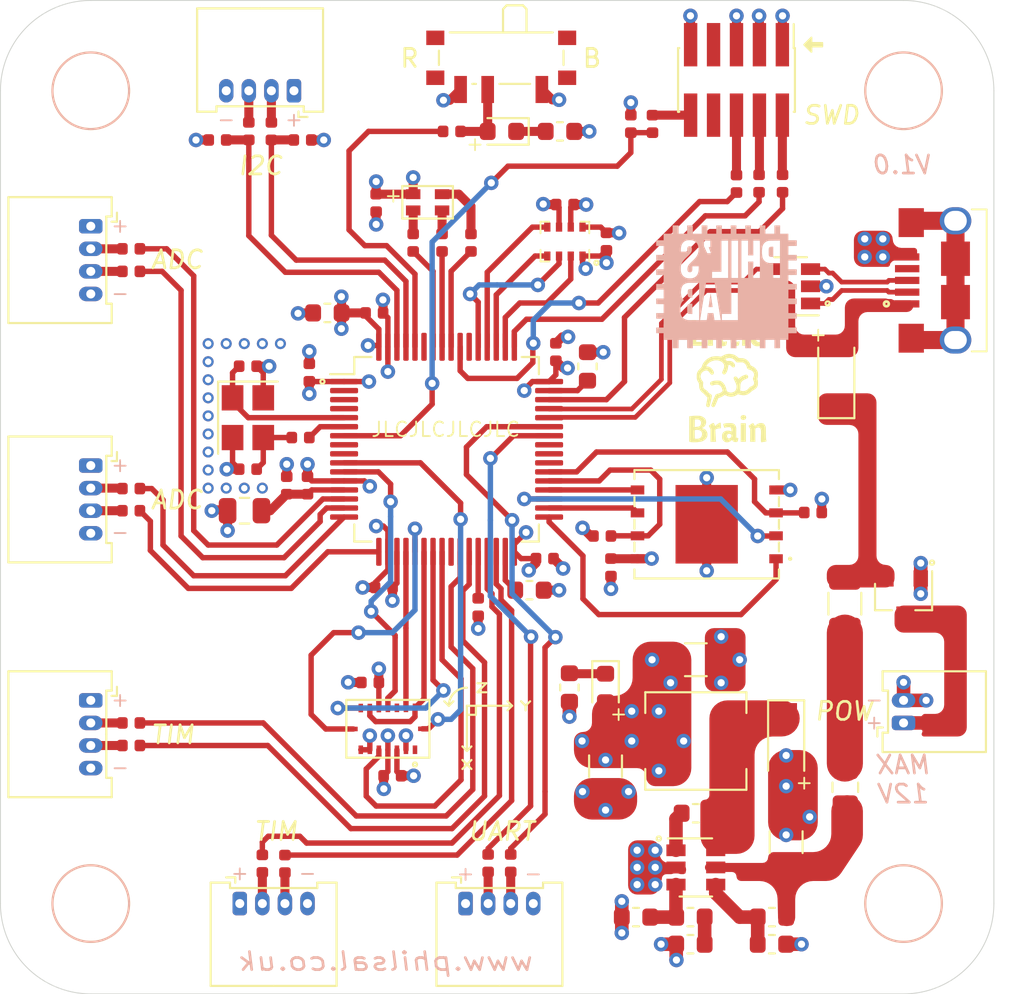
<source format=kicad_pcb>
(kicad_pcb (version 20171130) (host pcbnew "(5.1.6)-1")
  (layers (0 F.Cu signal) (1 In1.Cu power) (2 In2.Cu power) (31 B.Cu signal) (34 B.Paste user) (35 F.Paste user) (36 B.SilkS user) (37 F.SilkS user) (38 B.Mask user) (39 F.Mask user) (44 Edge.Cuts user))
  (net 0 "")
  (net 1 "Net-(C100-Pad1)")
  (net 2 GND)
  (net 3 "Net-(C101-Pad2)")
  (net 4 "Net-(C101-Pad1)")
  (net 5 +3V3)
  (net 6 +3.3VA)
  (net 7 "Net-(C208-Pad1)")
  (net 8 "Net-(C209-Pad1)")
  (net 9 HSE_IN)
  (net 10 "Net-(C211-Pad1)")
  (net 11 NRST)
  (net 12 "Net-(D100-Pad1)")
  (net 13 +5V)
  (net 14 "Net-(D102-Pad1)")
  (net 15 "Net-(D200-Pad1)")
  (net 16 "Net-(D200-Pad2)")
  (net 17 "Net-(D201-Pad3)")
  (net 18 "Net-(D201-Pad1)")
  (net 19 "Net-(D201-Pad2)")
  (net 20 "Net-(F100-Pad1)")
  (net 21 VCC)
  (net 22 "Net-(J401-Pad2)")
  (net 23 "Net-(J401-Pad4)")
  (net 24 "Net-(J401-Pad6)")
  (net 25 "Net-(J401-Pad7)")
  (net 26 "Net-(J401-Pad8)")
  (net 27 "Net-(J401-Pad10)")
  (net 28 USB_CONN_D-)
  (net 29 USB_CONN_D+)
  (net 30 "Net-(J402-Pad4)")
  (net 31 "Net-(J402-Pad6)")
  (net 32 "Net-(J403-Pad2)")
  (net 33 "Net-(J403-Pad3)")
  (net 34 "Net-(J404-Pad3)")
  (net 35 "Net-(J404-Pad2)")
  (net 36 "Net-(J405-Pad3)")
  (net 37 "Net-(J405-Pad2)")
  (net 38 "Net-(J406-Pad2)")
  (net 39 "Net-(J406-Pad3)")
  (net 40 "Net-(J407-Pad3)")
  (net 41 "Net-(J407-Pad2)")
  (net 42 "Net-(J408-Pad2)")
  (net 43 "Net-(J408-Pad3)")
  (net 44 "Net-(R100-Pad2)")
  (net 45 "Net-(R102-Pad2)")
  (net 46 "Net-(R103-Pad2)")
  (net 47 HSE_OUT)
  (net 48 BOOT0)
  (net 49 BOOT1)
  (net 50 I2C1_SCL)
  (net 51 I2C1_SDA)
  (net 52 TIM3_CH1)
  (net 53 TIM3_CH2)
  (net 54 TIM4_CH1)
  (net 55 FLASH_!WP)
  (net 56 FLASH_!HOLD)
  (net 57 SWDIO)
  (net 58 SWCLK)
  (net 59 SWO)
  (net 60 USART1_TX)
  (net 61 USART1_RX)
  (net 62 TIM2_CH3)
  (net 63 TIM2_CH4)
  (net 64 TIM3_CH3)
  (net 65 TIM3_CH4)
  (net 66 ADC1_IN0)
  (net 67 ADC1_IN1)
  (net 68 ADC1_IN2)
  (net 69 ADC1_IN3)
  (net 70 "Net-(U200-Pad2)")
  (net 71 "Net-(U200-Pad3)")
  (net 72 "Net-(U200-Pad4)")
  (net 73 "Net-(U200-Pad8)")
  (net 74 "Net-(U200-Pad9)")
  (net 75 INT_ACC)
  (net 76 INT_GYR)
  (net 77 SPI1_!CS_ACC)
  (net 78 SPI1_SCK)
  (net 79 SPI1_MISO)
  (net 80 SPI1_MOSI)
  (net 81 SPI1_!CS_GYR)
  (net 82 "Net-(U200-Pad25)")
  (net 83 SPI2_!CS)
  (net 84 SPI2_SCK)
  (net 85 SPI2_MISO)
  (net 86 SPI2_MOSI)
  (net 87 "Net-(U200-Pad39)")
  (net 88 "Net-(U200-Pad40)")
  (net 89 "Net-(U200-Pad41)")
  (net 90 USB_D-)
  (net 91 USB_D+)
  (net 92 SPI3_!CS)
  (net 93 SPI3_SCK)
  (net 94 SPI3_MISO)
  (net 95 SPI3_MOSI)
  (net 96 "Net-(U200-Pad54)")
  (net 97 "Net-(U200-Pad59)")
  (net 98 "Net-(U301-Pad1)")
  (net 99 "Net-(U301-Pad13)")
  (module SchmillipKiCADLibrary:USB_MICRO_B_101181930001LF (layer F.Cu) (at 180.3 41.25 90)
    (fp_text reference J402)
    (fp_text value USB_B_Micro hide)
    (pad 6 smd rect (at 3.2 -2.375 180) (size 1.4 1.6) (layers F.Cu F.Paste F.Mask) (net 31 "Net-(J402-Pad6)"))
    (pad 6 smd rect (at 1.2 0.075 180) (size 1.6 1.9) (layers F.Cu F.Paste F.Mask) (net 31 "Net-(J402-Pad6)"))
    (pad 6 smd rect (at -1.2 0.075 180) (size 1.6 1.9) (layers F.Cu F.Paste F.Mask) (net 31 "Net-(J402-Pad6)"))
    (pad 6 smd rect (at -3.2 -2.375 180) (size 1.4 1.6) (layers F.Cu F.Paste F.Mask) (net 31 "Net-(J402-Pad6)"))
    (pad 6 thru_hole oval (at 3.3 0.075 180) (size 1.75 1.5) (drill oval 1.25 1.1) (layers *.Cu *.Mask) (net 31 "Net-(J402-Pad6)"))
    (pad 6 thru_hole oval (at -3.3 0.075 180) (size 1.75 1.5) (drill oval 1.25 1) (layers *.Cu *.Mask) (net 31 "Net-(J402-Pad6)"))
    (pad 5 smd rect (at 1.3 -2.6 90) (size 0.4 1.35) (layers F.Cu F.Paste F.Mask) (net 2 GND))
    (pad 4 smd rect (at 0.65 -2.6 90) (size 0.4 1.35) (layers F.Cu F.Paste F.Mask) (net 30 "Net-(J402-Pad4)"))
    (pad 3 smd rect (at 0 -2.6 90) (size 0.4 1.35) (layers F.Cu F.Paste F.Mask) (net 29 USB_CONN_D+))
    (pad 2 smd rect (at -0.65 -2.6 90) (size 0.4 1.35) (layers F.Cu F.Paste F.Mask) (net 28 USB_CONN_D-))
    (pad 1 smd rect (at -1.3 -2.6 90) (size 0.4 1.35) (layers F.Cu F.Paste F.Mask) (net 13 +5V))
  )
  (module SchmillipKiCADLibrary:Silk_PhilsLabICSmall (layer B.Cu) (at 167.625 41.575 180)
    (fp_text reference G*** hide)
    (fp_text value LOGO hide)
  )
  (module SchmillipKiCADLibrary:JLCPCB_MountingHole_1.152mm (layer F.Cu) (at 132.5 34.25)
    (fp_text reference REF**)
    (fp_text value MountingHole_1.152mm)
    (pad "" np_thru_hole circle (at 0 0) (size 1.152 1.152) (drill 1.152) (layers *.Cu *.Mask))
  )
  (module SchmillipKiCADLibrary:JLCPCB_MountingHole_1.152mm (layer F.Cu) (at 177.5 72.25)
    (fp_text reference REF**)
    (fp_text value MountingHole_1.152mm)
    (pad "" np_thru_hole circle (at 0 0) (size 1.152 1.152) (drill 1.152) (layers *.Cu *.Mask))
  )
  (module Silk:LittleBrainSilk (layer F.Cu) (at 167.775 46.775)
    (fp_text reference G*** hide)
    (fp_text value LOGO hide)
  )
  (module RGB_LED:19-237-R6GHBHC-A01-2T (layer F.Cu) (at 151.15 36.925 180)
    (fp_text reference D201)
    (fp_text value 19-237/R6GHBHC-A01/2T)
    (fp_text user + (at 1.9 0.4) (layer F.SilkS) (effects (font (size 0.8 0.8) (thickness 0.1))))
    (pad 3 smd rect (at 0.8 -0.45 180) (size 0.8 0.55) (layers F.Cu F.Paste F.Mask) (net 17 "Net-(D201-Pad3)"))
    (pad 4 smd rect (at 0.8 0.45 180) (size 0.8 0.55) (layers F.Cu F.Paste F.Mask) (net 5 +3V3))
    (pad 1 smd rect (at -0.8 0.45 180) (size 0.8 0.55) (layers F.Cu F.Paste F.Mask) (net 18 "Net-(D201-Pad1)"))
    (pad 2 smd rect (at -0.8 -0.45 180) (size 0.8 0.55) (layers F.Cu F.Paste F.Mask) (net 19 "Net-(D201-Pad2)"))
  )
  (module WinbondFlash:W25N01GVZEIG (layer F.Cu) (at 166.6 54.75 180)
    (fp_text reference U201)
    (fp_text value W25N01GVZEIG)
    (pad 9 smd rect (at 0 0 180) (size 3.45 4.35) (layers F.Cu F.Paste F.Mask) (net 2 GND))
    (pad 5 smd rect (at 3.83 1.9 180) (size 0.75 0.5) (layers F.Cu F.Paste F.Mask) (net 86 SPI2_MOSI))
    (pad 6 smd rect (at 3.83 0.63 180) (size 0.75 0.5) (layers F.Cu F.Paste F.Mask) (net 84 SPI2_SCK))
    (pad 8 smd rect (at 3.83 -1.91 180) (size 0.75 0.5) (layers F.Cu F.Paste F.Mask) (net 5 +3V3))
    (pad 7 smd rect (at 3.83 -0.64 180) (size 0.75 0.5) (layers F.Cu F.Paste F.Mask) (net 56 FLASH_!HOLD))
    (pad 1 smd rect (at -3.84 -1.91 180) (size 0.75 0.5) (layers F.Cu F.Paste F.Mask) (net 83 SPI2_!CS))
    (pad 2 smd rect (at -3.84 -0.64 180) (size 0.75 0.5) (layers F.Cu F.Paste F.Mask) (net 85 SPI2_MISO))
    (pad 4 smd rect (at -3.84 1.9 180) (size 0.75 0.5) (layers F.Cu F.Paste F.Mask) (net 2 GND))
    (pad 3 smd rect (at -3.84 0.63 180) (size 0.75 0.5) (layers F.Cu F.Paste F.Mask) (net 55 FLASH_!WP))
  )
  (module BMI088:BMI088 (layer F.Cu) (at 148.95 66.075 180)
    (fp_text reference U301)
    (fp_text value BMI088)
    (pad 8 smd rect (at 1.91 -0.01 270) (size 0.25 0.475) (layers F.Cu F.Paste F.Mask) (net 78 SPI1_SCK))
    (pad 16 smd rect (at -1.91 0 270) (size 0.25 0.475) (layers F.Cu F.Paste F.Mask) (net 75 INT_ACC))
    (pad 9 smd rect (at 1.5 1.15 180) (size 0.25 0.475) (layers F.Cu F.Paste F.Mask) (net 80 SPI1_MOSI))
    (pad 10 smd rect (at 1 1.15 180) (size 0.25 0.475) (layers F.Cu F.Paste F.Mask) (net 79 SPI1_MISO))
    (pad 11 smd rect (at 0.5 1.15 180) (size 0.25 0.475) (layers F.Cu F.Paste F.Mask) (net 5 +3V3))
    (pad 12 smd rect (at 0 1.16 180) (size 0.25 0.475) (layers F.Cu F.Paste F.Mask) (net 76 INT_GYR))
    (pad 13 smd rect (at -0.5 1.16 180) (size 0.25 0.475) (layers F.Cu F.Paste F.Mask) (net 99 "Net-(U301-Pad13)"))
    (pad 14 smd rect (at -1 1.16 180) (size 0.25 0.475) (layers F.Cu F.Paste F.Mask) (net 77 SPI1_!CS_ACC))
    (pad 15 smd rect (at -1.5 1.16 180) (size 0.25 0.475) (layers F.Cu F.Paste F.Mask) (net 79 SPI1_MISO))
    (pad 1 smd rect (at -1.5 -1.16 180) (size 0.25 0.475) (layers F.Cu F.Paste F.Mask) (net 98 "Net-(U301-Pad1)"))
    (pad 2 smd rect (at -1 -1.16 180) (size 0.25 0.475) (layers F.Cu F.Paste F.Mask) (net 2 GND))
    (pad 3 smd rect (at -0.5 -1.16 180) (size 0.25 0.475) (layers F.Cu F.Paste F.Mask) (net 5 +3V3))
    (pad 7 smd rect (at 1.5 -1.16 180) (size 0.25 0.475) (layers F.Cu F.Paste F.Mask) (net 2 GND))
    (pad 6 smd rect (at 1 -1.16 180) (size 0.25 0.475) (layers F.Cu F.Paste F.Mask) (net 2 GND))
    (pad 5 smd rect (at 0.5 -1.16 180) (size 0.25 0.475) (layers F.Cu F.Paste F.Mask) (net 81 SPI1_!CS_GYR))
    (pad 4 smd rect (at 0 -1.16 180) (size 0.25 0.475) (layers F.Cu F.Paste F.Mask) (net 2 GND))
  )
  (module Resistor_SMD:R_0402_1005Metric (layer F.Cu) (at 150.35 39.16 270)
    (fp_text reference R208)
    (fp_text value 1k)
    (pad 2 smd roundrect (at 0.485 0 270) (size 0.59 0.64) (layers F.Cu F.Paste F.Mask) (net 54 TIM4_CH1))
    (pad 1 smd roundrect (at -0.485 0 270) (size 0.59 0.64) (layers F.Cu F.Paste F.Mask) (net 17 "Net-(D201-Pad3)"))
  )
  (module Resistor_SMD:R_0402_1005Metric (layer F.Cu) (at 151.95 39.16 270)
    (fp_text reference R207)
    (fp_text value 1k)
    (pad 2 smd roundrect (at 0.485 0 270) (size 0.59 0.64) (layers F.Cu F.Paste F.Mask) (net 53 TIM3_CH2))
    (pad 1 smd roundrect (at -0.485 0 270) (size 0.59 0.64) (layers F.Cu F.Paste F.Mask) (net 19 "Net-(D201-Pad2)"))
  )
  (module Resistor_SMD:R_0402_1005Metric (layer F.Cu) (at 153.55 39.16 270)
    (fp_text reference R206)
    (fp_text value 1k)
    (pad 2 smd roundrect (at 0.485 0 270) (size 0.59 0.64) (layers F.Cu F.Paste F.Mask) (net 52 TIM3_CH1))
    (pad 1 smd roundrect (at -0.485 0 270) (size 0.59 0.64) (layers F.Cu F.Paste F.Mask) (net 18 "Net-(D201-Pad1)"))
  )
  (module MountingHole:MountingHole_3.2mm_M3 (layer F.Cu) (at 177.5 75.75)
    (fp_text reference H4)
    (fp_text value MountingHole)
    (pad 1 np_thru_hole circle (at 0 0) (size 3.2 3.2) (drill 3.2) (layers *.Cu *.Mask))
  )
  (module MountingHole:MountingHole_3.2mm_M3 (layer F.Cu) (at 177.5 30.75)
    (fp_text reference H3)
    (fp_text value MountingHole)
    (pad 1 np_thru_hole circle (at 0 0) (size 3.2 3.2) (drill 3.2) (layers *.Cu *.Mask))
  )
  (module MountingHole:MountingHole_3.2mm_M3 (layer F.Cu) (at 132.5 30.75)
    (fp_text reference H2)
    (fp_text value MountingHole)
    (pad 1 np_thru_hole circle (at 0 0) (size 3.2 3.2) (drill 3.2) (layers *.Cu *.Mask))
  )
  (module MountingHole:MountingHole_3.2mm_M3 (layer F.Cu) (at 132.5 75.75)
    (fp_text reference H1)
    (fp_text value MountingHole)
    (pad 1 np_thru_hole circle (at 0 0) (size 3.2 3.2) (drill 3.2) (layers *.Cu *.Mask))
  )
  (module Capacitor_SMD:C_1206_3216Metric (layer F.Cu) (at 171 72.35 90)
    (fp_text reference C100)
    (fp_text value 10u)
    (pad 1 smd roundrect (at -1.4 0 90) (size 1.25 1.75) (layers F.Cu F.Paste F.Mask) (roundrect_rratio 0.2) (net 1 "Net-(C100-Pad1)"))
    (pad 2 smd roundrect (at 1.4 0 90) (size 1.25 1.75) (layers F.Cu F.Paste F.Mask) (roundrect_rratio 0.2) (net 2 GND))
  )
  (module Capacitor_SMD:C_0603_1608Metric (layer F.Cu) (at 166 70.75 180)
    (fp_text reference C101)
    (fp_text value 10n)
    (pad 2 smd roundrect (at 0.7875 0 180) (size 0.875 0.95) (layers F.Cu F.Paste F.Mask) (net 3 "Net-(C101-Pad2)"))
    (pad 1 smd roundrect (at -0.7875 0 180) (size 0.875 0.95) (layers F.Cu F.Paste F.Mask) (net 4 "Net-(C101-Pad1)"))
  )
  (module Capacitor_SMD:C_1206_3216Metric (layer F.Cu) (at 161 68.15 270)
    (fp_text reference C102)
    (fp_text value 10u)
    (pad 1 smd roundrect (at -1.4 0 270) (size 1.25 1.75) (layers F.Cu F.Paste F.Mask) (roundrect_rratio 0.2) (net 5 +3V3))
    (pad 2 smd roundrect (at 1.4 0 270) (size 1.25 1.75) (layers F.Cu F.Paste F.Mask) (roundrect_rratio 0.2) (net 2 GND))
  )
  (module Capacitor_SMD:C_1206_3216Metric (layer F.Cu) (at 166 62.25)
    (fp_text reference C103)
    (fp_text value 10u)
    (pad 2 smd roundrect (at 1.4 0) (size 1.25 1.75) (layers F.Cu F.Paste F.Mask) (roundrect_rratio 0.2) (net 2 GND))
    (pad 1 smd roundrect (at -1.4 0) (size 1.25 1.75) (layers F.Cu F.Paste F.Mask) (roundrect_rratio 0.2) (net 5 +3V3))
  )
  (module Capacitor_SMD:C_0603_1608Metric (layer F.Cu) (at 145.6 43.05 180)
    (fp_text reference C200)
    (fp_text value 4u7)
    (pad 1 smd roundrect (at -0.7875 0 180) (size 0.875 0.95) (layers F.Cu F.Paste F.Mask) (net 5 +3V3))
    (pad 2 smd roundrect (at 0.7875 0 180) (size 0.875 0.95) (layers F.Cu F.Paste F.Mask) (net 2 GND))
  )
  (module Capacitor_SMD:C_0402_1005Metric (layer F.Cu) (at 144.6 46.35 90)
    (fp_text reference C201)
    (fp_text value 100n)
    (pad 2 smd roundrect (at 0.485 0 90) (size 0.59 0.64) (layers F.Cu F.Paste F.Mask) (net 2 GND))
    (pad 1 smd roundrect (at -0.485 0 90) (size 0.59 0.64) (layers F.Cu F.Paste F.Mask) (net 5 +3V3))
  )
  (module Capacitor_SMD:C_0402_1005Metric (layer F.Cu) (at 148.725 58.25 180)
    (fp_text reference C202)
    (fp_text value 100n)
    (pad 1 smd roundrect (at -0.485 0 180) (size 0.59 0.64) (layers F.Cu F.Paste F.Mask) (net 5 +3V3))
    (pad 2 smd roundrect (at 0.485 0 180) (size 0.59 0.64) (layers F.Cu F.Paste F.Mask) (net 2 GND))
  )
  (module Capacitor_SMD:C_0402_1005Metric (layer F.Cu) (at 157.635 56.65)
    (fp_text reference C203)
    (fp_text value 100n)
    (pad 2 smd roundrect (at 0.485 0) (size 0.59 0.64) (layers F.Cu F.Paste F.Mask) (net 2 GND))
    (pad 1 smd roundrect (at -0.485 0) (size 0.59 0.64) (layers F.Cu F.Paste F.Mask) (net 5 +3V3))
  )
  (module Capacitor_SMD:C_0402_1005Metric (layer F.Cu) (at 158.25 45.215 90)
    (fp_text reference C204)
    (fp_text value 100n)
    (pad 1 smd roundrect (at -0.485 0 90) (size 0.59 0.64) (layers F.Cu F.Paste F.Mask) (net 5 +3V3))
    (pad 2 smd roundrect (at 0.485 0 90) (size 0.59 0.64) (layers F.Cu F.Paste F.Mask) (net 2 GND))
  )
  (module Capacitor_SMD:C_0402_1005Metric (layer F.Cu) (at 148.2 43.05)
    (fp_text reference C205)
    (fp_text value 100n)
    (pad 2 smd roundrect (at 0.485 0) (size 0.59 0.64) (layers F.Cu F.Paste F.Mask) (net 2 GND))
    (pad 1 smd roundrect (at -0.485 0) (size 0.59 0.64) (layers F.Cu F.Paste F.Mask) (net 5 +3V3))
  )
  (module Capacitor_SMD:C_0402_1005Metric (layer F.Cu) (at 143.35 52.6 90)
    (fp_text reference C206)
    (fp_text value 1u)
    (pad 2 smd roundrect (at 0.485 0 90) (size 0.59 0.64) (layers F.Cu F.Paste F.Mask) (net 2 GND))
    (pad 1 smd roundrect (at -0.485 0 90) (size 0.59 0.64) (layers F.Cu F.Paste F.Mask) (net 6 +3.3VA))
  )
  (module Capacitor_SMD:C_0402_1005Metric (layer F.Cu) (at 144.5 52.6 90)
    (fp_text reference C207)
    (fp_text value 10n)
    (pad 1 smd roundrect (at -0.485 0 90) (size 0.59 0.64) (layers F.Cu F.Paste F.Mask) (net 6 +3.3VA))
    (pad 2 smd roundrect (at 0.485 0 90) (size 0.59 0.64) (layers F.Cu F.Paste F.Mask) (net 2 GND))
  )
  (module Capacitor_SMD:C_0603_1608Metric (layer F.Cu) (at 156.7875 58.4)
    (fp_text reference C208)
    (fp_text value 2u2)
    (pad 2 smd roundrect (at 0.7875 0) (size 0.875 0.95) (layers F.Cu F.Paste F.Mask) (net 2 GND))
    (pad 1 smd roundrect (at -0.7875 0) (size 0.875 0.95) (layers F.Cu F.Paste F.Mask) (net 7 "Net-(C208-Pad1)"))
  )
  (module Capacitor_SMD:C_0603_1608Metric (layer F.Cu) (at 160 46.0125 90)
    (fp_text reference C209)
    (fp_text value 2u2)
    (pad 1 smd roundrect (at -0.7875 0 90) (size 0.875 0.95) (layers F.Cu F.Paste F.Mask) (net 8 "Net-(C209-Pad1)"))
    (pad 2 smd roundrect (at 0.7875 0 90) (size 0.875 0.95) (layers F.Cu F.Paste F.Mask) (net 2 GND))
  )
  (module Capacitor_SMD:C_0402_1005Metric (layer F.Cu) (at 141.2 46)
    (fp_text reference C210)
    (fp_text value 12p)
    (pad 2 smd roundrect (at 0.485 0) (size 0.59 0.64) (layers F.Cu F.Paste F.Mask) (net 2 GND))
    (pad 1 smd roundrect (at -0.485 0) (size 0.59 0.64) (layers F.Cu F.Paste F.Mask) (net 9 HSE_IN))
  )
  (module Capacitor_SMD:C_0402_1005Metric (layer F.Cu) (at 141.2 51.7 180)
    (fp_text reference C211)
    (fp_text value 12p)
    (pad 1 smd roundrect (at -0.485 0 180) (size 0.59 0.64) (layers F.Cu F.Paste F.Mask) (net 10 "Net-(C211-Pad1)"))
    (pad 2 smd roundrect (at 0.485 0 180) (size 0.59 0.64) (layers F.Cu F.Paste F.Mask) (net 2 GND))
  )
  (module Capacitor_SMD:C_0402_1005Metric (layer F.Cu) (at 148.3 36.96 270)
    (fp_text reference C212)
    (fp_text value 100n)
    (pad 1 smd roundrect (at -0.485 0 270) (size 0.59 0.64) (layers F.Cu F.Paste F.Mask) (net 5 +3V3))
    (pad 2 smd roundrect (at 0.485 0 270) (size 0.59 0.64) (layers F.Cu F.Paste F.Mask) (net 2 GND))
  )
  (module Capacitor_SMD:C_0402_1005Metric (layer F.Cu) (at 161.3 57.135 270)
    (fp_text reference C213)
    (fp_text value 100n)
    (pad 1 smd roundrect (at -0.485 0 270) (size 0.59 0.64) (layers F.Cu F.Paste F.Mask) (net 5 +3V3))
    (pad 2 smd roundrect (at 0.485 0 270) (size 0.59 0.64) (layers F.Cu F.Paste F.Mask) (net 2 GND))
  )
  (module Capacitor_SMD:C_0402_1005Metric (layer F.Cu) (at 158.75 37.05)
    (fp_text reference C300)
    (fp_text value 100n)
    (pad 1 smd roundrect (at -0.485 0) (size 0.59 0.64) (layers F.Cu F.Paste F.Mask) (net 5 +3V3))
    (pad 2 smd roundrect (at 0.485 0) (size 0.59 0.64) (layers F.Cu F.Paste F.Mask) (net 2 GND))
  )
  (module Capacitor_SMD:C_0402_1005Metric (layer F.Cu) (at 161.05 39.1 270)
    (fp_text reference C301)
    (fp_text value 100n)
    (pad 2 smd roundrect (at 0.485 0 270) (size 0.59 0.64) (layers F.Cu F.Paste F.Mask) (net 2 GND))
    (pad 1 smd roundrect (at -0.485 0 270) (size 0.59 0.64) (layers F.Cu F.Paste F.Mask) (net 5 +3V3))
  )
  (module Capacitor_SMD:C_0402_1005Metric (layer F.Cu) (at 149.2 68.675 180)
    (fp_text reference C302)
    (fp_text value 100n)
    (pad 2 smd roundrect (at 0.485 0 180) (size 0.59 0.64) (layers F.Cu F.Paste F.Mask) (net 2 GND))
    (pad 1 smd roundrect (at -0.485 0 180) (size 0.59 0.64) (layers F.Cu F.Paste F.Mask) (net 5 +3V3))
  )
  (module Capacitor_SMD:C_0402_1005Metric (layer F.Cu) (at 147.965 63.51 180)
    (fp_text reference C303)
    (fp_text value 100n)
    (pad 1 smd roundrect (at -0.485 0 180) (size 0.59 0.64) (layers F.Cu F.Paste F.Mask) (net 5 +3V3))
    (pad 2 smd roundrect (at 0.485 0 180) (size 0.59 0.64) (layers F.Cu F.Paste F.Mask) (net 2 GND))
  )
  (module Capacitor_SMD:C_0402_1005Metric (layer F.Cu) (at 162.4 32.585 90)
    (fp_text reference C400)
    (fp_text value 100n)
    (pad 2 smd roundrect (at 0.485 0 90) (size 0.59 0.64) (layers F.Cu F.Paste F.Mask) (net 2 GND))
    (pad 1 smd roundrect (at -0.485 0 90) (size 0.59 0.64) (layers F.Cu F.Paste F.Mask) (net 11 NRST))
  )
  (module Diode_SMD:D_SOD-123 (layer F.Cu) (at 173.775 46.625 90)
    (fp_text reference D100)
    (fp_text value B5819W)
    (pad 1 smd rect (at -1.65 0 90) (size 0.9 1.2) (layers F.Cu F.Paste F.Mask) (net 12 "Net-(D100-Pad1)"))
    (pad 2 smd rect (at 1.65 0 90) (size 0.9 1.2) (layers F.Cu F.Paste F.Mask) (net 13 +5V))
  )
  (module Diode_SMD:D_SOD-123 (layer F.Cu) (at 171 66.75 270)
    (fp_text reference D101)
    (fp_text value B5819W)
    (pad 2 smd rect (at 1.65 0 270) (size 0.9 1.2) (layers F.Cu F.Paste F.Mask) (net 2 GND))
    (pad 1 smd rect (at -1.65 0 270) (size 0.9 1.2) (layers F.Cu F.Paste F.Mask) (net 4 "Net-(C101-Pad1)"))
  )
  (module LED_SMD:LED_0603_1608Metric (layer F.Cu) (at 161 63.8125 270)
    (fp_text reference D102)
    (fp_text value GREEN)
    (pad 2 smd roundrect (at 0.7875 0 270) (size 0.875 0.95) (layers F.Cu F.Paste F.Mask) (net 5 +3V3))
    (pad 1 smd roundrect (at -0.7875 0 270) (size 0.875 0.95) (layers F.Cu F.Paste F.Mask) (net 14 "Net-(D102-Pad1)"))
  )
  (module LED_SMD:LED_0603_1608Metric (layer F.Cu) (at 155.2625 33 180)
    (fp_text reference D200)
    (fp_text value RED)
    (pad 1 smd roundrect (at -0.7875 0 180) (size 0.875 0.95) (layers F.Cu F.Paste F.Mask) (net 15 "Net-(D200-Pad1)"))
    (pad 2 smd roundrect (at 0.7875 0 180) (size 0.875 0.95) (layers F.Cu F.Paste F.Mask) (net 16 "Net-(D200-Pad2)"))
  )
  (module Fuse:Fuse_1206_3216Metric (layer F.Cu) (at 174.25 59.15 90)
    (fp_text reference F100)
    (fp_text value 250mA)
    (pad 1 smd roundrect (at -1.4 0 90) (size 1.25 1.75) (layers F.Cu F.Paste F.Mask) (roundrect_rratio 0.2) (net 20 "Net-(F100-Pad1)"))
    (pad 2 smd roundrect (at 1.4 0 90) (size 1.25 1.75) (layers F.Cu F.Paste F.Mask) (roundrect_rratio 0.2) (net 12 "Net-(D100-Pad1)"))
  )
  (module Inductor_SMD:L_0805_2012Metric (layer F.Cu) (at 174.275 69.3125 90)
    (fp_text reference FB100)
    (fp_text value "600 @ 600 MHz")
    (pad 1 smd roundrect (at -0.9375 0 90) (size 0.975 1.4) (layers F.Cu F.Paste F.Mask) (net 1 "Net-(C100-Pad1)"))
    (pad 2 smd roundrect (at 0.9375 0 90) (size 0.975 1.4) (layers F.Cu F.Paste F.Mask) (net 20 "Net-(F100-Pad1)"))
  )
  (module Inductor_SMD:L_0805_2012Metric (layer F.Cu) (at 141.0125 54 180)
    (fp_text reference FB200)
    (fp_text value "600 @ 600 MHz")
    (pad 2 smd roundrect (at 0.9375 0 180) (size 0.975 1.4) (layers F.Cu F.Paste F.Mask) (net 5 +3V3))
    (pad 1 smd roundrect (at -0.9375 0 180) (size 0.975 1.4) (layers F.Cu F.Paste F.Mask) (net 6 +3.3VA))
  )
  (module Connector_Molex:Molex_PicoBlade_53048-0210_1x02_P1.25mm_Horizontal (layer F.Cu) (at 177.5 65.75 90)
    (fp_text reference J400)
    (fp_text value Conn_01x02)
    (pad 1 thru_hole roundrect (at 0 0 90) (size 0.8 1.3) (drill 0.5) (layers *.Cu *.Mask) (net 21 VCC))
    (pad 2 thru_hole oval (at 1.25 0 90) (size 0.8 1.3) (drill 0.5) (layers *.Cu *.Mask) (net 2 GND))
  )
  (module Connector_PinHeader_1.27mm:PinHeader_2x05_P1.27mm_Vertical_SMD (layer F.Cu) (at 168.25 30.15 270)
    (fp_text reference J401)
    (fp_text value SWD)
    (pad 1 smd rect (at -1.95 -2.54 270) (size 2.4 0.74) (layers F.Cu F.Paste F.Mask) (net 5 +3V3))
    (pad 2 smd rect (at 1.95 -2.54 270) (size 2.4 0.74) (layers F.Cu F.Paste F.Mask) (net 22 "Net-(J401-Pad2)"))
    (pad 3 smd rect (at -1.95 -1.27 270) (size 2.4 0.74) (layers F.Cu F.Paste F.Mask) (net 2 GND))
    (pad 4 smd rect (at 1.95 -1.27 270) (size 2.4 0.74) (layers F.Cu F.Paste F.Mask) (net 23 "Net-(J401-Pad4)"))
    (pad 5 smd rect (at -1.95 0 270) (size 2.4 0.74) (layers F.Cu F.Paste F.Mask) (net 2 GND))
    (pad 6 smd rect (at 1.95 0 270) (size 2.4 0.74) (layers F.Cu F.Paste F.Mask) (net 24 "Net-(J401-Pad6)"))
    (pad 7 smd rect (at -1.95 1.27 270) (size 2.4 0.74) (layers F.Cu F.Paste F.Mask) (net 25 "Net-(J401-Pad7)"))
    (pad 8 smd rect (at 1.95 1.27 270) (size 2.4 0.74) (layers F.Cu F.Paste F.Mask) (net 26 "Net-(J401-Pad8)"))
    (pad 9 smd rect (at -1.95 2.54 270) (size 2.4 0.74) (layers F.Cu F.Paste F.Mask) (net 2 GND))
    (pad 10 smd rect (at 1.95 2.54 270) (size 2.4 0.74) (layers F.Cu F.Paste F.Mask) (net 27 "Net-(J401-Pad10)"))
  )
  (module Connector_Molex:Molex_PicoBlade_53048-0410_1x04_P1.25mm_Horizontal (layer F.Cu) (at 143.75 30.75 180)
    (fp_text reference J403)
    (fp_text value Conn_01x04)
    (pad 1 thru_hole roundrect (at 0 0 180) (size 0.8 1.3) (drill 0.5) (layers *.Cu *.Mask) (net 5 +3V3))
    (pad 2 thru_hole oval (at 1.25 0 180) (size 0.8 1.3) (drill 0.5) (layers *.Cu *.Mask) (net 32 "Net-(J403-Pad2)"))
    (pad 3 thru_hole oval (at 2.5 0 180) (size 0.8 1.3) (drill 0.5) (layers *.Cu *.Mask) (net 33 "Net-(J403-Pad3)"))
    (pad 4 thru_hole oval (at 3.75 0 180) (size 0.8 1.3) (drill 0.5) (layers *.Cu *.Mask) (net 2 GND))
  )
  (module Connector_Molex:Molex_PicoBlade_53048-0410_1x04_P1.25mm_Horizontal (layer F.Cu) (at 153.25 75.75)
    (fp_text reference J404)
    (fp_text value Conn_01x04)
    (pad 4 thru_hole oval (at 3.75 0) (size 0.8 1.3) (drill 0.5) (layers *.Cu *.Mask) (net 2 GND))
    (pad 3 thru_hole oval (at 2.5 0) (size 0.8 1.3) (drill 0.5) (layers *.Cu *.Mask) (net 34 "Net-(J404-Pad3)"))
    (pad 2 thru_hole oval (at 1.25 0) (size 0.8 1.3) (drill 0.5) (layers *.Cu *.Mask) (net 35 "Net-(J404-Pad2)"))
    (pad 1 thru_hole roundrect (at 0 0) (size 0.8 1.3) (drill 0.5) (layers *.Cu *.Mask) (net 5 +3V3))
  )
  (module Connector_Molex:Molex_PicoBlade_53048-0410_1x04_P1.25mm_Horizontal (layer F.Cu) (at 140.75 75.75)
    (fp_text reference J405)
    (fp_text value Conn_01x04)
    (pad 4 thru_hole oval (at 3.75 0) (size 0.8 1.3) (drill 0.5) (layers *.Cu *.Mask) (net 2 GND))
    (pad 3 thru_hole oval (at 2.5 0) (size 0.8 1.3) (drill 0.5) (layers *.Cu *.Mask) (net 36 "Net-(J405-Pad3)"))
    (pad 2 thru_hole oval (at 1.25 0) (size 0.8 1.3) (drill 0.5) (layers *.Cu *.Mask) (net 37 "Net-(J405-Pad2)"))
    (pad 1 thru_hole roundrect (at 0 0) (size 0.8 1.3) (drill 0.5) (layers *.Cu *.Mask) (net 5 +3V3))
  )
  (module Connector_Molex:Molex_PicoBlade_53048-0410_1x04_P1.25mm_Horizontal (layer F.Cu) (at 132.5 64.5 270)
    (fp_text reference J406)
    (fp_text value Conn_01x04)
    (pad 1 thru_hole roundrect (at 0 0 270) (size 0.8 1.3) (drill 0.5) (layers *.Cu *.Mask) (net 5 +3V3))
    (pad 2 thru_hole oval (at 1.25 0 270) (size 0.8 1.3) (drill 0.5) (layers *.Cu *.Mask) (net 38 "Net-(J406-Pad2)"))
    (pad 3 thru_hole oval (at 2.5 0 270) (size 0.8 1.3) (drill 0.5) (layers *.Cu *.Mask) (net 39 "Net-(J406-Pad3)"))
    (pad 4 thru_hole oval (at 3.75 0 270) (size 0.8 1.3) (drill 0.5) (layers *.Cu *.Mask) (net 2 GND))
  )
  (module Connector_Molex:Molex_PicoBlade_53048-0410_1x04_P1.25mm_Horizontal (layer F.Cu) (at 132.5 38.25 270)
    (fp_text reference J407)
    (fp_text value Conn_01x04)
    (pad 4 thru_hole oval (at 3.75 0 270) (size 0.8 1.3) (drill 0.5) (layers *.Cu *.Mask) (net 2 GND))
    (pad 3 thru_hole oval (at 2.5 0 270) (size 0.8 1.3) (drill 0.5) (layers *.Cu *.Mask) (net 40 "Net-(J407-Pad3)"))
    (pad 2 thru_hole oval (at 1.25 0 270) (size 0.8 1.3) (drill 0.5) (layers *.Cu *.Mask) (net 41 "Net-(J407-Pad2)"))
    (pad 1 thru_hole roundrect (at 0 0 270) (size 0.8 1.3) (drill 0.5) (layers *.Cu *.Mask) (net 5 +3V3))
  )
  (module Connector_Molex:Molex_PicoBlade_53048-0410_1x04_P1.25mm_Horizontal (layer F.Cu) (at 132.5 51.5 270)
    (fp_text reference J408)
    (fp_text value Conn_01x04)
    (pad 1 thru_hole roundrect (at 0 0 270) (size 0.8 1.3) (drill 0.5) (layers *.Cu *.Mask) (net 5 +3V3))
    (pad 2 thru_hole oval (at 1.25 0 270) (size 0.8 1.3) (drill 0.5) (layers *.Cu *.Mask) (net 42 "Net-(J408-Pad2)"))
    (pad 3 thru_hole oval (at 2.5 0 270) (size 0.8 1.3) (drill 0.5) (layers *.Cu *.Mask) (net 43 "Net-(J408-Pad3)"))
    (pad 4 thru_hole oval (at 3.75 0 270) (size 0.8 1.3) (drill 0.5) (layers *.Cu *.Mask) (net 2 GND))
  )
  (module Inductor_SMD:L_Sunlord_MWSA0518_5.4x5.2mm (layer F.Cu) (at 166 66.75 180)
    (fp_text reference L101)
    (fp_text value 10u)
    (pad 1 smd rect (at -2.05 0 180) (size 1.9 2.5) (layers F.Cu F.Paste F.Mask) (net 4 "Net-(C101-Pad1)"))
    (pad 2 smd rect (at 2.05 0 180) (size 1.9 2.5) (layers F.Cu F.Paste F.Mask) (net 5 +3V3))
  )
  (module Package_TO_SOT_SMD:SOT-23 (layer F.Cu) (at 177.5 58.75 270)
    (fp_text reference Q100)
    (fp_text value AO3401A)
    (pad 1 smd rect (at -1 -0.95 270) (size 0.9 0.8) (layers F.Cu F.Paste F.Mask) (net 2 GND))
    (pad 2 smd rect (at -1 0.95 270) (size 0.9 0.8) (layers F.Cu F.Paste F.Mask) (net 12 "Net-(D100-Pad1)"))
    (pad 3 smd rect (at 1 0 270) (size 0.9 0.8) (layers F.Cu F.Paste F.Mask) (net 21 VCC))
  )
  (module Resistor_SMD:R_0603_1608Metric (layer F.Cu) (at 170.2125 76.5 180)
    (fp_text reference R100)
    (fp_text value 100k)
    (pad 1 smd roundrect (at -0.7875 0 180) (size 0.875 0.95) (layers F.Cu F.Paste F.Mask) (net 1 "Net-(C100-Pad1)"))
    (pad 2 smd roundrect (at 0.7875 0 180) (size 0.875 0.95) (layers F.Cu F.Paste F.Mask) (net 44 "Net-(R100-Pad2)"))
  )
  (module Resistor_SMD:R_0603_1608Metric (layer F.Cu) (at 170.2125 78)
    (fp_text reference R101)
    (fp_text value 68k)
    (pad 2 smd roundrect (at 0.7875 0) (size 0.875 0.95) (layers F.Cu F.Paste F.Mask) (net 2 GND))
    (pad 1 smd roundrect (at -0.7875 0) (size 0.875 0.95) (layers F.Cu F.Paste F.Mask) (net 44 "Net-(R100-Pad2)"))
  )
  (module Resistor_SMD:R_0603_1608Metric (layer F.Cu) (at 162.6875 76.5)
    (fp_text reference R102)
    (fp_text value 47k)
    (pad 2 smd roundrect (at 0.7875 0) (size 0.875 0.95) (layers F.Cu F.Paste F.Mask) (net 45 "Net-(R102-Pad2)"))
    (pad 1 smd roundrect (at -0.7875 0) (size 0.875 0.95) (layers F.Cu F.Paste F.Mask) (net 5 +3V3))
  )
  (module Resistor_SMD:R_0603_1608Metric (layer F.Cu) (at 165.7 76.5)
    (fp_text reference R103)
    (fp_text value 15k)
    (pad 1 smd roundrect (at -0.7875 0) (size 0.875 0.95) (layers F.Cu F.Paste F.Mask) (net 45 "Net-(R102-Pad2)"))
    (pad 2 smd roundrect (at 0.7875 0) (size 0.875 0.95) (layers F.Cu F.Paste F.Mask) (net 46 "Net-(R103-Pad2)"))
  )
  (module Resistor_SMD:R_0603_1608Metric (layer F.Cu) (at 165.7 78 180)
    (fp_text reference R104)
    (fp_text value 270)
    (pad 2 smd roundrect (at 0.7875 0 180) (size 0.875 0.95) (layers F.Cu F.Paste F.Mask) (net 2 GND))
    (pad 1 smd roundrect (at -0.7875 0 180) (size 0.875 0.95) (layers F.Cu F.Paste F.Mask) (net 46 "Net-(R103-Pad2)"))
  )
  (module Resistor_SMD:R_0603_1608Metric (layer F.Cu) (at 159 63.7875 270)
    (fp_text reference R105)
    (fp_text value 1k5)
    (pad 1 smd roundrect (at -0.7875 0 270) (size 0.875 0.95) (layers F.Cu F.Paste F.Mask) (net 14 "Net-(D102-Pad1)"))
    (pad 2 smd roundrect (at 0.7875 0 270) (size 0.875 0.95) (layers F.Cu F.Paste F.Mask) (net 2 GND))
  )
  (module Resistor_SMD:R_0402_1005Metric (layer F.Cu) (at 144.115 49.95 180)
    (fp_text reference R200)
    (fp_text value 47)
    (pad 2 smd roundrect (at 0.485 0 180) (size 0.59 0.64) (layers F.Cu F.Paste F.Mask) (net 10 "Net-(C211-Pad1)"))
    (pad 1 smd roundrect (at -0.485 0 180) (size 0.59 0.64) (layers F.Cu F.Paste F.Mask) (net 47 HSE_OUT))
  )
  (module Resistor_SMD:R_0402_1005Metric (layer F.Cu) (at 152.49 33 180)
    (fp_text reference R201)
    (fp_text value 10k)
    (pad 2 smd roundrect (at 0.485 0 180) (size 0.59 0.64) (layers F.Cu F.Paste F.Mask) (net 48 BOOT0))
    (pad 1 smd roundrect (at -0.485 0 180) (size 0.59 0.64) (layers F.Cu F.Paste F.Mask) (net 16 "Net-(D200-Pad2)"))
  )
  (module Resistor_SMD:R_0603_1608Metric (layer F.Cu) (at 158.475 33 180)
    (fp_text reference R202)
    (fp_text value 1k)
    (pad 1 smd roundrect (at -0.7875 0 180) (size 0.875 0.95) (layers F.Cu F.Paste F.Mask) (net 2 GND))
    (pad 2 smd roundrect (at 0.7875 0 180) (size 0.875 0.95) (layers F.Cu F.Paste F.Mask) (net 15 "Net-(D200-Pad1)"))
  )
  (module Resistor_SMD:R_0402_1005Metric (layer F.Cu) (at 153.95 59.335 270)
    (fp_text reference R203)
    (fp_text value 10k)
    (pad 1 smd roundrect (at -0.485 0 270) (size 0.59 0.64) (layers F.Cu F.Paste F.Mask) (net 49 BOOT1))
    (pad 2 smd roundrect (at 0.485 0 270) (size 0.59 0.64) (layers F.Cu F.Paste F.Mask) (net 2 GND))
  )
  (module Resistor_SMD:R_0402_1005Metric (layer F.Cu) (at 144.225 33.475 180)
    (fp_text reference R204)
    (fp_text value 2k2)
    (pad 1 smd roundrect (at -0.485 0 180) (size 0.59 0.64) (layers F.Cu F.Paste F.Mask) (net 5 +3V3))
    (pad 2 smd roundrect (at 0.485 0 180) (size 0.59 0.64) (layers F.Cu F.Paste F.Mask) (net 50 I2C1_SCL))
  )
  (module Resistor_SMD:R_0402_1005Metric (layer F.Cu) (at 139.515 33.475)
    (fp_text reference R205)
    (fp_text value 2k2)
    (pad 1 smd roundrect (at -0.485 0) (size 0.59 0.64) (layers F.Cu F.Paste F.Mask) (net 5 +3V3))
    (pad 2 smd roundrect (at 0.485 0) (size 0.59 0.64) (layers F.Cu F.Paste F.Mask) (net 51 I2C1_SDA))
  )
  (module Resistor_SMD:R_0402_1005Metric (layer F.Cu) (at 172.485 54.1 180)
    (fp_text reference R209)
    (fp_text value 10k)
    (pad 2 smd roundrect (at 0.485 0 180) (size 0.59 0.64) (layers F.Cu F.Paste F.Mask) (net 55 FLASH_!WP))
    (pad 1 smd roundrect (at -0.485 0 180) (size 0.59 0.64) (layers F.Cu F.Paste F.Mask) (net 5 +3V3))
  )
  (module Resistor_SMD:R_0402_1005Metric (layer F.Cu) (at 160.815 55.4)
    (fp_text reference R210)
    (fp_text value 10k)
    (pad 2 smd roundrect (at 0.485 0) (size 0.59 0.64) (layers F.Cu F.Paste F.Mask) (net 56 FLASH_!HOLD))
    (pad 1 smd roundrect (at -0.485 0) (size 0.59 0.64) (layers F.Cu F.Paste F.Mask) (net 5 +3V3))
  )
  (module Resistor_SMD:R_0402_1005Metric (layer F.Cu) (at 170.8 35.885 90)
    (fp_text reference R400)
    (fp_text value 22)
    (pad 1 smd roundrect (at -0.485 0 90) (size 0.59 0.64) (layers F.Cu F.Paste F.Mask) (net 57 SWDIO))
    (pad 2 smd roundrect (at 0.485 0 90) (size 0.59 0.64) (layers F.Cu F.Paste F.Mask) (net 22 "Net-(J401-Pad2)"))
  )
  (module Resistor_SMD:R_0402_1005Metric (layer F.Cu) (at 169.5 35.885 90)
    (fp_text reference R401)
    (fp_text value 22)
    (pad 2 smd roundrect (at 0.485 0 90) (size 0.59 0.64) (layers F.Cu F.Paste F.Mask) (net 23 "Net-(J401-Pad4)"))
    (pad 1 smd roundrect (at -0.485 0 90) (size 0.59 0.64) (layers F.Cu F.Paste F.Mask) (net 58 SWCLK))
  )
  (module Resistor_SMD:R_0402_1005Metric (layer F.Cu) (at 168.25 35.9 90)
    (fp_text reference R402)
    (fp_text value 22)
    (pad 1 smd roundrect (at -0.485 0 90) (size 0.59 0.64) (layers F.Cu F.Paste F.Mask) (net 59 SWO))
    (pad 2 smd roundrect (at 0.485 0 90) (size 0.59 0.64) (layers F.Cu F.Paste F.Mask) (net 24 "Net-(J401-Pad6)"))
  )
  (module Resistor_SMD:R_0402_1005Metric (layer F.Cu) (at 163.6 32.585 90)
    (fp_text reference R403)
    (fp_text value 22)
    (pad 1 smd roundrect (at -0.485 0 90) (size 0.59 0.64) (layers F.Cu F.Paste F.Mask) (net 11 NRST))
    (pad 2 smd roundrect (at 0.485 0 90) (size 0.59 0.64) (layers F.Cu F.Paste F.Mask) (net 27 "Net-(J401-Pad10)"))
  )
  (module Resistor_SMD:R_0402_1005Metric (layer F.Cu) (at 142.5 32.985 270)
    (fp_text reference R404)
    (fp_text value 22)
    (pad 1 smd roundrect (at -0.485 0 270) (size 0.59 0.64) (layers F.Cu F.Paste F.Mask) (net 32 "Net-(J403-Pad2)"))
    (pad 2 smd roundrect (at 0.485 0 270) (size 0.59 0.64) (layers F.Cu F.Paste F.Mask) (net 50 I2C1_SCL))
  )
  (module Resistor_SMD:R_0402_1005Metric (layer F.Cu) (at 141.25 32.985 270)
    (fp_text reference R405)
    (fp_text value 22)
    (pad 2 smd roundrect (at 0.485 0 270) (size 0.59 0.64) (layers F.Cu F.Paste F.Mask) (net 51 I2C1_SDA))
    (pad 1 smd roundrect (at -0.485 0 270) (size 0.59 0.64) (layers F.Cu F.Paste F.Mask) (net 33 "Net-(J403-Pad3)"))
  )
  (module Resistor_SMD:R_0402_1005Metric (layer F.Cu) (at 154.5 73.515 90)
    (fp_text reference R406)
    (fp_text value 22)
    (pad 1 smd roundrect (at -0.485 0 90) (size 0.59 0.64) (layers F.Cu F.Paste F.Mask) (net 35 "Net-(J404-Pad2)"))
    (pad 2 smd roundrect (at 0.485 0 90) (size 0.59 0.64) (layers F.Cu F.Paste F.Mask) (net 60 USART1_TX))
  )
  (module Resistor_SMD:R_0402_1005Metric (layer F.Cu) (at 155.75 73.515 90)
    (fp_text reference R407)
    (fp_text value 22)
    (pad 2 smd roundrect (at 0.485 0 90) (size 0.59 0.64) (layers F.Cu F.Paste F.Mask) (net 61 USART1_RX))
    (pad 1 smd roundrect (at -0.485 0 90) (size 0.59 0.64) (layers F.Cu F.Paste F.Mask) (net 34 "Net-(J404-Pad3)"))
  )
  (module Resistor_SMD:R_0402_1005Metric (layer F.Cu) (at 142 73.54 90)
    (fp_text reference R408)
    (fp_text value 22)
    (pad 1 smd roundrect (at -0.485 0 90) (size 0.59 0.64) (layers F.Cu F.Paste F.Mask) (net 37 "Net-(J405-Pad2)"))
    (pad 2 smd roundrect (at 0.485 0 90) (size 0.59 0.64) (layers F.Cu F.Paste F.Mask) (net 62 TIM2_CH3))
  )
  (module Resistor_SMD:R_0402_1005Metric (layer F.Cu) (at 143.25 73.55 90)
    (fp_text reference R409)
    (fp_text value 22)
    (pad 2 smd roundrect (at 0.485 0 90) (size 0.59 0.64) (layers F.Cu F.Paste F.Mask) (net 63 TIM2_CH4))
    (pad 1 smd roundrect (at -0.485 0 90) (size 0.59 0.64) (layers F.Cu F.Paste F.Mask) (net 36 "Net-(J405-Pad3)"))
  )
  (module Resistor_SMD:R_0402_1005Metric (layer F.Cu) (at 134.735 65.75)
    (fp_text reference R410)
    (fp_text value 22)
    (pad 1 smd roundrect (at -0.485 0) (size 0.59 0.64) (layers F.Cu F.Paste F.Mask) (net 38 "Net-(J406-Pad2)"))
    (pad 2 smd roundrect (at 0.485 0) (size 0.59 0.64) (layers F.Cu F.Paste F.Mask) (net 64 TIM3_CH3))
  )
  (module Resistor_SMD:R_0402_1005Metric (layer F.Cu) (at 134.735 67)
    (fp_text reference R411)
    (fp_text value 22)
    (pad 1 smd roundrect (at -0.485 0) (size 0.59 0.64) (layers F.Cu F.Paste F.Mask) (net 39 "Net-(J406-Pad3)"))
    (pad 2 smd roundrect (at 0.485 0) (size 0.59 0.64) (layers F.Cu F.Paste F.Mask) (net 65 TIM3_CH4))
  )
  (module Resistor_SMD:R_0402_1005Metric (layer F.Cu) (at 134.735 39.5)
    (fp_text reference R412)
    (fp_text value 22)
    (pad 1 smd roundrect (at -0.485 0) (size 0.59 0.64) (layers F.Cu F.Paste F.Mask) (net 41 "Net-(J407-Pad2)"))
    (pad 2 smd roundrect (at 0.485 0) (size 0.59 0.64) (layers F.Cu F.Paste F.Mask) (net 66 ADC1_IN0))
  )
  (module Resistor_SMD:R_0402_1005Metric (layer F.Cu) (at 134.735 40.75)
    (fp_text reference R413)
    (fp_text value 22)
    (pad 2 smd roundrect (at 0.485 0) (size 0.59 0.64) (layers F.Cu F.Paste F.Mask) (net 67 ADC1_IN1))
    (pad 1 smd roundrect (at -0.485 0) (size 0.59 0.64) (layers F.Cu F.Paste F.Mask) (net 40 "Net-(J407-Pad3)"))
  )
  (module Resistor_SMD:R_0402_1005Metric (layer F.Cu) (at 134.735 52.775)
    (fp_text reference R414)
    (fp_text value 22)
    (pad 1 smd roundrect (at -0.485 0) (size 0.59 0.64) (layers F.Cu F.Paste F.Mask) (net 42 "Net-(J408-Pad2)"))
    (pad 2 smd roundrect (at 0.485 0) (size 0.59 0.64) (layers F.Cu F.Paste F.Mask) (net 68 ADC1_IN2))
  )
  (module Resistor_SMD:R_0402_1005Metric (layer F.Cu) (at 134.735 54)
    (fp_text reference R415)
    (fp_text value 22)
    (pad 2 smd roundrect (at 0.485 0) (size 0.59 0.64) (layers F.Cu F.Paste F.Mask) (net 69 ADC1_IN3))
    (pad 1 smd roundrect (at -0.485 0) (size 0.59 0.64) (layers F.Cu F.Paste F.Mask) (net 43 "Net-(J408-Pad3)"))
  )
  (module Button_Switch_SMD:SW_SPDT_PCM12 (layer F.Cu) (at 155.225 29.25 180)
    (fp_text reference SW200)
    (fp_text value SW_SPDT)
    (pad "" np_thru_hole circle (at -1.5 0.33 180) (size 0.9 0.9) (drill 0.9) (layers *.Cu *.Mask))
    (pad "" np_thru_hole circle (at 1.5 0.33 180) (size 0.9 0.9) (drill 0.9) (layers *.Cu *.Mask))
    (pad 1 smd rect (at -2.25 -1.43 180) (size 0.7 1.5) (layers F.Cu F.Paste F.Mask) (net 5 +3V3))
    (pad 2 smd rect (at 0.75 -1.43 180) (size 0.7 1.5) (layers F.Cu F.Paste F.Mask) (net 16 "Net-(D200-Pad2)"))
    (pad 3 smd rect (at 2.25 -1.43 180) (size 0.7 1.5) (layers F.Cu F.Paste F.Mask) (net 2 GND))
    (pad "" smd rect (at -3.65 1.43 180) (size 1 0.8) (layers F.Cu F.Paste F.Mask))
    (pad "" smd rect (at 3.65 1.43 180) (size 1 0.8) (layers F.Cu F.Paste F.Mask))
    (pad "" smd rect (at 3.65 -0.78 180) (size 1 0.8) (layers F.Cu F.Paste F.Mask))
    (pad "" smd rect (at -3.65 -0.78 180) (size 1 0.8) (layers F.Cu F.Paste F.Mask))
  )
  (module Package_TO_SOT_SMD:SOT-23-6 (layer F.Cu) (at 166 73.75)
    (fp_text reference U100)
    (fp_text value MP2359DJ-LF-Z)
    (pad 1 smd rect (at -1.1 -0.95) (size 1.06 0.65) (layers F.Cu F.Paste F.Mask) (net 3 "Net-(C101-Pad2)"))
    (pad 2 smd rect (at -1.1 0) (size 1.06 0.65) (layers F.Cu F.Paste F.Mask) (net 2 GND))
    (pad 3 smd rect (at -1.1 0.95) (size 1.06 0.65) (layers F.Cu F.Paste F.Mask) (net 45 "Net-(R102-Pad2)"))
    (pad 4 smd rect (at 1.1 0.95) (size 1.06 0.65) (layers F.Cu F.Paste F.Mask) (net 44 "Net-(R100-Pad2)"))
    (pad 6 smd rect (at 1.1 -0.95) (size 1.06 0.65) (layers F.Cu F.Paste F.Mask) (net 4 "Net-(C101-Pad1)"))
    (pad 5 smd rect (at 1.1 0) (size 1.06 0.65) (layers F.Cu F.Paste F.Mask) (net 1 "Net-(C100-Pad1)"))
  )
  (module Package_QFP:LQFP-64_10x10mm_P0.5mm (layer F.Cu) (at 152.2 50.6)
    (fp_text reference U200)
    (fp_text value STM32F405RGT6)
    (pad 1 smd roundrect (at -5.675 -3.75) (size 1.55 0.3) (layers F.Cu F.Paste F.Mask) (net 5 +3V3))
    (pad 2 smd roundrect (at -5.675 -3.25) (size 1.55 0.3) (layers F.Cu F.Paste F.Mask) (net 70 "Net-(U200-Pad2)"))
    (pad 3 smd roundrect (at -5.675 -2.75) (size 1.55 0.3) (layers F.Cu F.Paste F.Mask) (net 71 "Net-(U200-Pad3)"))
    (pad 4 smd roundrect (at -5.675 -2.25) (size 1.55 0.3) (layers F.Cu F.Paste F.Mask) (net 72 "Net-(U200-Pad4)"))
    (pad 5 smd roundrect (at -5.675 -1.75) (size 1.55 0.3) (layers F.Cu F.Paste F.Mask) (net 9 HSE_IN))
    (pad 6 smd roundrect (at -5.675 -1.25) (size 1.55 0.3) (layers F.Cu F.Paste F.Mask) (net 47 HSE_OUT))
    (pad 7 smd roundrect (at -5.675 -0.75) (size 1.55 0.3) (layers F.Cu F.Paste F.Mask) (net 11 NRST))
    (pad 8 smd roundrect (at -5.675 -0.25) (size 1.55 0.3) (layers F.Cu F.Paste F.Mask) (net 73 "Net-(U200-Pad8)"))
    (pad 9 smd roundrect (at -5.675 0.25) (size 1.55 0.3) (layers F.Cu F.Paste F.Mask) (net 74 "Net-(U200-Pad9)"))
    (pad 10 smd roundrect (at -5.675 0.75) (size 1.55 0.3) (layers F.Cu F.Paste F.Mask) (net 75 INT_ACC))
    (pad 11 smd roundrect (at -5.675 1.25) (size 1.55 0.3) (layers F.Cu F.Paste F.Mask) (net 76 INT_GYR))
    (pad 12 smd roundrect (at -5.675 1.75) (size 1.55 0.3) (layers F.Cu F.Paste F.Mask) (net 2 GND))
    (pad 13 smd roundrect (at -5.675 2.25) (size 1.55 0.3) (layers F.Cu F.Paste F.Mask) (net 6 +3.3VA))
    (pad 14 smd roundrect (at -5.675 2.75) (size 1.55 0.3) (layers F.Cu F.Paste F.Mask) (net 66 ADC1_IN0))
    (pad 15 smd roundrect (at -5.675 3.25) (size 1.55 0.3) (layers F.Cu F.Paste F.Mask) (net 67 ADC1_IN1))
    (pad 16 smd roundrect (at -5.675 3.75) (size 1.55 0.3) (layers F.Cu F.Paste F.Mask) (net 68 ADC1_IN2))
    (pad 17 smd roundrect (at -3.75 5.675) (size 0.3 1.55) (layers F.Cu F.Paste F.Mask) (net 69 ADC1_IN3))
    (pad 18 smd roundrect (at -3.25 5.675) (size 0.3 1.55) (layers F.Cu F.Paste F.Mask) (net 2 GND))
    (pad 19 smd roundrect (at -2.75 5.675) (size 0.3 1.55) (layers F.Cu F.Paste F.Mask) (net 5 +3V3))
    (pad 20 smd roundrect (at -2.25 5.675) (size 0.3 1.55) (layers F.Cu F.Paste F.Mask) (net 77 SPI1_!CS_ACC))
    (pad 21 smd roundrect (at -1.75 5.675) (size 0.3 1.55) (layers F.Cu F.Paste F.Mask) (net 78 SPI1_SCK))
    (pad 22 smd roundrect (at -1.25 5.675) (size 0.3 1.55) (layers F.Cu F.Paste F.Mask) (net 79 SPI1_MISO))
    (pad 23 smd roundrect (at -0.75 5.675) (size 0.3 1.55) (layers F.Cu F.Paste F.Mask) (net 80 SPI1_MOSI))
    (pad 24 smd roundrect (at -0.25 5.675) (size 0.3 1.55) (layers F.Cu F.Paste F.Mask) (net 81 SPI1_!CS_GYR))
    (pad 25 smd roundrect (at 0.25 5.675) (size 0.3 1.55) (layers F.Cu F.Paste F.Mask) (net 82 "Net-(U200-Pad25)"))
    (pad 26 smd roundrect (at 0.75 5.675) (size 0.3 1.55) (layers F.Cu F.Paste F.Mask) (net 64 TIM3_CH3))
    (pad 27 smd roundrect (at 1.25 5.675) (size 0.3 1.55) (layers F.Cu F.Paste F.Mask) (net 65 TIM3_CH4))
    (pad 28 smd roundrect (at 1.75 5.675) (size 0.3 1.55) (layers F.Cu F.Paste F.Mask) (net 49 BOOT1))
    (pad 29 smd roundrect (at 2.25 5.675) (size 0.3 1.55) (layers F.Cu F.Paste F.Mask) (net 62 TIM2_CH3))
    (pad 30 smd roundrect (at 2.75 5.675) (size 0.3 1.55) (layers F.Cu F.Paste F.Mask) (net 63 TIM2_CH4))
    (pad 31 smd roundrect (at 3.25 5.675) (size 0.3 1.55) (layers F.Cu F.Paste F.Mask) (net 7 "Net-(C208-Pad1)"))
    (pad 32 smd roundrect (at 3.75 5.675) (size 0.3 1.55) (layers F.Cu F.Paste F.Mask) (net 5 +3V3))
    (pad 33 smd roundrect (at 5.675 3.75) (size 1.55 0.3) (layers F.Cu F.Paste F.Mask) (net 83 SPI2_!CS))
    (pad 34 smd roundrect (at 5.675 3.25) (size 1.55 0.3) (layers F.Cu F.Paste F.Mask) (net 84 SPI2_SCK))
    (pad 35 smd roundrect (at 5.675 2.75) (size 1.55 0.3) (layers F.Cu F.Paste F.Mask) (net 85 SPI2_MISO))
    (pad 36 smd roundrect (at 5.675 2.25) (size 1.55 0.3) (layers F.Cu F.Paste F.Mask) (net 86 SPI2_MOSI))
    (pad 37 smd roundrect (at 5.675 1.75) (size 1.55 0.3) (layers F.Cu F.Paste F.Mask) (net 56 FLASH_!HOLD))
    (pad 38 smd roundrect (at 5.675 1.25) (size 1.55 0.3) (layers F.Cu F.Paste F.Mask) (net 55 FLASH_!WP))
    (pad 39 smd roundrect (at 5.675 0.75) (size 1.55 0.3) (layers F.Cu F.Paste F.Mask) (net 87 "Net-(U200-Pad39)"))
    (pad 40 smd roundrect (at 5.675 0.25) (size 1.55 0.3) (layers F.Cu F.Paste F.Mask) (net 88 "Net-(U200-Pad40)"))
    (pad 41 smd roundrect (at 5.675 -0.25) (size 1.55 0.3) (layers F.Cu F.Paste F.Mask) (net 89 "Net-(U200-Pad41)"))
    (pad 42 smd roundrect (at 5.675 -0.75) (size 1.55 0.3) (layers F.Cu F.Paste F.Mask) (net 60 USART1_TX))
    (pad 43 smd roundrect (at 5.675 -1.25) (size 1.55 0.3) (layers F.Cu F.Paste F.Mask) (net 61 USART1_RX))
    (pad 44 smd roundrect (at 5.675 -1.75) (size 1.55 0.3) (layers F.Cu F.Paste F.Mask) (net 90 USB_D-))
    (pad 45 smd roundrect (at 5.675 -2.25) (size 1.55 0.3) (layers F.Cu F.Paste F.Mask) (net 91 USB_D+))
    (pad 46 smd roundrect (at 5.675 -2.75) (size 1.55 0.3) (layers F.Cu F.Paste F.Mask) (net 57 SWDIO))
    (pad 47 smd roundrect (at 5.675 -3.25) (size 1.55 0.3) (layers F.Cu F.Paste F.Mask) (net 8 "Net-(C209-Pad1)"))
    (pad 48 smd roundrect (at 5.675 -3.75) (size 1.55 0.3) (layers F.Cu F.Paste F.Mask) (net 5 +3V3))
    (pad 49 smd roundrect (at 3.75 -5.675) (size 0.3 1.55) (layers F.Cu F.Paste F.Mask) (net 58 SWCLK))
    (pad 50 smd roundrect (at 3.25 -5.675) (size 0.3 1.55) (layers F.Cu F.Paste F.Mask) (net 92 SPI3_!CS))
    (pad 51 smd roundrect (at 2.75 -5.675) (size 0.3 1.55) (layers F.Cu F.Paste F.Mask) (net 93 SPI3_SCK))
    (pad 52 smd roundrect (at 2.25 -5.675) (size 0.3 1.55) (layers F.Cu F.Paste F.Mask) (net 94 SPI3_MISO))
    (pad 53 smd roundrect (at 1.75 -5.675) (size 0.3 1.55) (layers F.Cu F.Paste F.Mask) (net 95 SPI3_MOSI))
    (pad 54 smd roundrect (at 1.25 -5.675) (size 0.3 1.55) (layers F.Cu F.Paste F.Mask) (net 96 "Net-(U200-Pad54)"))
    (pad 55 smd roundrect (at 0.75 -5.675) (size 0.3 1.55) (layers F.Cu F.Paste F.Mask) (net 59 SWO))
    (pad 56 smd roundrect (at 0.25 -5.675) (size 0.3 1.55) (layers F.Cu F.Paste F.Mask) (net 52 TIM3_CH1))
    (pad 57 smd roundrect (at -0.25 -5.675) (size 0.3 1.55) (layers F.Cu F.Paste F.Mask) (net 53 TIM3_CH2))
    (pad 58 smd roundrect (at -0.75 -5.675) (size 0.3 1.55) (layers F.Cu F.Paste F.Mask) (net 54 TIM4_CH1))
    (pad 59 smd roundrect (at -1.25 -5.675) (size 0.3 1.55) (layers F.Cu F.Paste F.Mask) (net 97 "Net-(U200-Pad59)"))
    (pad 60 smd roundrect (at -1.75 -5.675) (size 0.3 1.55) (layers F.Cu F.Paste F.Mask) (net 48 BOOT0))
    (pad 61 smd roundrect (at -2.25 -5.675) (size 0.3 1.55) (layers F.Cu F.Paste F.Mask) (net 50 I2C1_SCL))
    (pad 62 smd roundrect (at -2.75 -5.675) (size 0.3 1.55) (layers F.Cu F.Paste F.Mask) (net 51 I2C1_SDA))
    (pad 63 smd roundrect (at -3.25 -5.675) (size 0.3 1.55) (layers F.Cu F.Paste F.Mask) (net 2 GND))
    (pad 64 smd roundrect (at -3.75 -5.675) (size 0.3 1.55) (layers F.Cu F.Paste F.Mask) (net 5 +3V3))
  )
  (module Package_LGA:Bosch_LGA-8_2x2.5mm_P0.65mm_ClockwisePinNumbering (layer F.Cu) (at 158.75 39.1 180)
    (fp_text reference U300)
    (fp_text value BMP280)
    (pad 1 smd rect (at -0.975 -0.8 270) (size 0.5 0.35) (layers F.Cu F.Paste F.Mask) (net 2 GND))
    (pad 5 smd rect (at 0.975 0.8 270) (size 0.5 0.35) (layers F.Cu F.Paste F.Mask) (net 94 SPI3_MISO))
    (pad 6 smd rect (at 0.325 0.8 270) (size 0.5 0.35) (layers F.Cu F.Paste F.Mask) (net 5 +3V3))
    (pad 7 smd rect (at -0.325 0.8 270) (size 0.5 0.35) (layers F.Cu F.Paste F.Mask) (net 2 GND))
    (pad 4 smd rect (at 0.975 -0.8 270) (size 0.5 0.35) (layers F.Cu F.Paste F.Mask) (net 93 SPI3_SCK))
    (pad 3 smd rect (at 0.325 -0.8 270) (size 0.5 0.35) (layers F.Cu F.Paste F.Mask) (net 95 SPI3_MOSI))
    (pad 2 smd rect (at -0.325 -0.8 270) (size 0.5 0.35) (layers F.Cu F.Paste F.Mask) (net 92 SPI3_!CS))
    (pad 8 smd rect (at -0.975 0.8 270) (size 0.5 0.35) (layers F.Cu F.Paste F.Mask) (net 5 +3V3))
  )
  (module Package_TO_SOT_SMD:SOT-23-6 (layer F.Cu) (at 171.25 41.575 180)
    (fp_text reference U400)
    (fp_text value USBLC6-2SC6)
    (pad 5 smd rect (at 1.1 0 180) (size 1.06 0.65) (layers F.Cu F.Paste F.Mask) (net 13 +5V))
    (pad 6 smd rect (at 1.1 -0.95 180) (size 1.06 0.65) (layers F.Cu F.Paste F.Mask) (net 90 USB_D-))
    (pad 4 smd rect (at 1.1 0.95 180) (size 1.06 0.65) (layers F.Cu F.Paste F.Mask) (net 91 USB_D+))
    (pad 3 smd rect (at -1.1 0.95 180) (size 1.06 0.65) (layers F.Cu F.Paste F.Mask) (net 29 USB_CONN_D+))
    (pad 2 smd rect (at -1.1 0 180) (size 1.06 0.65) (layers F.Cu F.Paste F.Mask) (net 2 GND))
    (pad 1 smd rect (at -1.1 -0.95 180) (size 1.06 0.65) (layers F.Cu F.Paste F.Mask) (net 28 USB_CONN_D-))
  )
  (module Crystal:Crystal_SMD_3225-4Pin_3.2x2.5mm (layer F.Cu) (at 141.2 48.85 270)
    (fp_text reference Y200)
    (fp_text value 16MHz)
    (pad 1 smd rect (at -1.1 0.85 270) (size 1.4 1.2) (layers F.Cu F.Paste F.Mask) (net 9 HSE_IN))
    (pad 2 smd rect (at 1.1 0.85 270) (size 1.4 1.2) (layers F.Cu F.Paste F.Mask) (net 2 GND))
    (pad 3 smd rect (at 1.1 -0.85 270) (size 1.4 1.2) (layers F.Cu F.Paste F.Mask) (net 10 "Net-(C211-Pad1)"))
    (pad 4 smd rect (at -1.1 -0.85 270) (size 1.4 1.2) (layers F.Cu F.Paste F.Mask) (net 2 GND))
  )
  (gr_line (start 153.9 64.05) (end 154.4 64.05) (layer F.SilkS) (width 0.12))
  (gr_line (start 154.4 63.55) (end 153.9 64.05) (layer F.SilkS) (width 0.12))
  (gr_line (start 153.9 63.55) (end 154.4 63.55) (layer F.SilkS) (width 0.12))
  (gr_line (start 152.325 64.8) (end 152.575 64.55) (layer F.SilkS) (width 0.12))
  (gr_line (start 152.325 64.8) (end 152.075 64.55) (layer F.SilkS) (width 0.12))
  (gr_arc (start 153.325 64.8) (end 153.325 63.8) (angle -90) (layer F.SilkS) (width 0.12))
  (gr_line (start 153.825 65.3) (end 153.825 64.8) (layer F.SilkS) (width 0.12))
  (gr_line (start 153.325 65.3) (end 153.825 65.3) (layer F.SilkS) (width 0.12))
  (gr_line (start 153.075 68.3) (end 153.575 67.8) (layer F.SilkS) (width 0.12))
  (gr_line (start 153.075 67.8) (end 153.575 68.3) (layer F.SilkS) (width 0.12))
  (gr_line (start 156.575 64.8) (end 156.575 65.05) (layer F.SilkS) (width 0.12))
  (gr_line (start 156.575 64.8) (end 156.825 64.55) (layer F.SilkS) (width 0.12))
  (gr_line (start 156.325 64.55) (end 156.575 64.8) (layer F.SilkS) (width 0.12))
  (gr_line (start 153.325 67.3) (end 153.075 67.05) (layer F.SilkS) (width 0.12))
  (gr_line (start 153.325 67.3) (end 153.575 67.05) (layer F.SilkS) (width 0.12))
  (gr_line (start 155.825 64.8) (end 155.575 65.05) (layer F.SilkS) (width 0.12))
  (gr_line (start 155.825 64.8) (end 155.575 64.55) (layer F.SilkS) (width 0.12))
  (gr_line (start 153.325 64.8) (end 153.325 67.3) (layer F.SilkS) (width 0.12))
  (gr_line (start 153.325 64.8) (end 155.825 64.8) (layer F.SilkS) (width 0.12))
  (gr_text V1.0 (at 177.475 34.85) (layer B.SilkS) (effects (font (size 1 1) (thickness 0.15) italic) (justify mirror)))
  (gr_text www.philsal.co.uk (at 148.875 78.95) (layer B.SilkS) (effects (font (size 1 1.25) (thickness 0.15) italic) (justify mirror)))
  (gr_circle (center 173.3 42.525) (end 173.325 42.475) (layer F.SilkS) (width 0.12))
  (gr_text JLCJLCJLCJLC (at 152.15 49.5) (layer F.SilkS) (effects (font (size 0.8 0.8) (thickness 0.1))))
  (gr_text "MAX\n12V" (at 177.525 68.875) (layer B.SilkS) (effects (font (size 1 1) (thickness 0.15) italic) (justify mirror)))
  (gr_text - (at 140 32.325) (layer B.SilkS) (effects (font (size 0.8 0.8) (thickness 0.1)) (justify mirror)))
  (gr_text + (at 143.75 32.325) (layer B.SilkS) (effects (font (size 0.8 0.8) (thickness 0.1)) (justify mirror)))
  (gr_text + (at 134.125 38.2) (layer B.SilkS) (effects (font (size 0.8 0.8) (thickness 0.1)) (justify mirror)))
  (gr_text + (at 134.125 51.45) (layer B.SilkS) (effects (font (size 0.8 0.8) (thickness 0.1)) (justify mirror)))
  (gr_text - (at 157 74.075) (layer B.SilkS) (effects (font (size 0.8 0.8) (thickness 0.1)) (justify mirror)))
  (gr_text - (at 144.5 74.05) (layer B.SilkS) (effects (font (size 0.8 0.8) (thickness 0.1)) (justify mirror)))
  (gr_text - (at 134.125 41.95) (layer B.SilkS) (effects (font (size 0.8 0.8) (thickness 0.1)) (justify mirror)))
  (gr_text - (at 134.125 55.175) (layer B.SilkS) (effects (font (size 0.8 0.8) (thickness 0.1)) (justify mirror)))
  (gr_text - (at 134.125 68.2) (layer B.SilkS) (effects (font (size 0.8 0.8) (thickness 0.1)) (justify mirror)))
  (gr_text + (at 134.125 64.45) (layer B.SilkS) (effects (font (size 0.8 0.8) (thickness 0.1)) (justify mirror)))
  (gr_text + (at 140.75 74.05) (layer B.SilkS) (effects (font (size 0.8 0.8) (thickness 0.1)) (justify mirror)))
  (gr_text + (at 153.25 74.075) (layer B.SilkS) (effects (font (size 0.8 0.8) (thickness 0.1)) (justify mirror)))
  (gr_circle (center 177.5 75.75) (end 179 74.25) (layer B.SilkS) (width 0.12))
  (gr_circle (center 132.5 75.75) (end 131 77.25) (layer B.SilkS) (width 0.12))
  (gr_circle (center 132.5 30.75) (end 134 29.25) (layer B.SilkS) (width 0.12))
  (gr_circle (center 177.5 30.75) (end 176 32.25) (layer B.SilkS) (width 0.12))
  (gr_circle (center 132.5 75.75) (end 134 77.25) (layer F.SilkS) (width 0.12))
  (gr_circle (center 177.5 75.75) (end 179 77.25) (layer F.SilkS) (width 0.12))
  (gr_circle (center 177.5 30.75) (end 179 32.25) (layer F.SilkS) (width 0.12))
  (gr_circle (center 132.5 30.75) (end 134 32.25) (layer F.SilkS) (width 0.12))
  (gr_text SWD (at 173.5 32.1) (layer F.SilkS) (effects (font (size 1 1) (thickness 0.15) italic)))
  (gr_poly (pts (xy 172.4 28.1) (xy 173 28.1) (xy 173 28.3) (xy 172.4 28.3) (xy 172.4 28.6) (xy 172 28.2) (xy 172.4 27.8)) (layer F.SilkS) (width 0.1))
  (gr_text R (at 150.15 28.95) (layer F.SilkS) (effects (font (size 1 1))))
  (gr_text B (at 160.25 28.95) (layer F.SilkS) (effects (font (size 1 1))))
  (gr_text - (at 175.875 64.45) (layer B.SilkS) (effects (font (size 0.8 0.8) (thickness 0.1)) (justify mirror)))
  (gr_text + (at 175.875 65.7) (layer B.SilkS) (effects (font (size 0.8 0.8) (thickness 0.1)) (justify mirror)))
  (gr_text + (at 161.725 65.225) (layer F.SilkS) (effects (font (size 0.8 0.8) (thickness 0.1))))
  (gr_text + (at 172 69.025) (layer F.SilkS) (effects (font (size 0.8 0.8) (thickness 0.1))))
  (gr_text + (at 172.775 44.225) (layer F.SilkS) (effects (font (size 0.8 0.8) (thickness 0.1))))
  (gr_text + (at 153.775 33.675) (layer F.SilkS) (effects (font (size 0.8 0.8) (thickness 0.1))))
  (gr_circle (center 163.95 72.15) (end 163.975 72.1) (layer F.SilkS) (width 0.12))
  (gr_circle (center 179.075 56.875) (end 179.1 56.825) (layer F.SilkS) (width 0.12))
  (gr_circle (center 145.325 46.85) (end 145.35 46.8) (layer F.SilkS) (width 0.12))
  (gr_circle (center 160.5 40.275) (end 160.525 40.225) (layer F.SilkS) (width 0.12))
  (gr_text I2C (at 141.9 34.9) (layer F.SilkS) (effects (font (size 1 1) (thickness 0.15) italic)))
  (gr_text POW (at 175.9 65.1) (layer F.SilkS) (effects (font (size 1 1) (thickness 0.15) italic) (justify right)))
  (gr_text ADC (at 135.75 40.1) (layer F.SilkS) (effects (font (size 1 1) (thickness 0.15) italic) (justify left)))
  (gr_text ADC (at 135.75 53.4) (layer F.SilkS) (effects (font (size 1 1) (thickness 0.15) italic) (justify left)))
  (gr_text TIM (at 135.75 66.4) (layer F.SilkS) (effects (font (size 1 1) (thickness 0.15) italic) (justify left)))
  (gr_text UART (at 155.25 71.75) (layer F.SilkS) (effects (font (size 1 1) (thickness 0.15) italic)))
  (gr_text TIM (at 142.75 71.75) (layer F.SilkS) (effects (font (size 1 1) (thickness 0.15) italic)))
  (gr_arc (start 132.5 75.75) (end 127.5 75.75) (angle -90) (layer Edge.Cuts) (width 0.05))
  (gr_arc (start 177.5 75.75) (end 177.5 80.75) (angle -90) (layer Edge.Cuts) (width 0.05))
  (gr_arc (start 177.5 30.75) (end 182.5 30.75) (angle -90) (layer Edge.Cuts) (width 0.05))
  (gr_arc (start 132.5 30.75) (end 132.5 25.75) (angle -90) (layer Edge.Cuts) (width 0.05))
  (gr_line (start 127.5 75.75) (end 127.5 30.75) (layer Edge.Cuts) (width 0.05))
  (gr_line (start 177.5 80.75) (end 132.5 80.75) (layer Edge.Cuts) (width 0.05))
  (gr_line (start 182.5 30.75) (end 182.5 75.75) (layer Edge.Cuts) (width 0.05))
  (gr_line (start 132.5 25.75) (end 177.5 25.75) (layer Edge.Cuts) (width 0.05))
  (via (at 161.3 58.325) (size 0.8) (drill 0.4) (layers F.Cu B.Cu) (net 2))
  (segment (start 148.95 43.315) (end 148.685 43.05) (width 0.3) (layer F.Cu) (net 2))
  (segment (start 148.95 44.925) (end 148.95 43.315) (width 0.3) (layer F.Cu) (net 2))
  (segment (start 140.35 51.335) (end 140.715 51.7) (width 0.3) (layer F.Cu) (net 2))
  (segment (start 140.35 49.95) (end 140.35 51.335) (width 0.3) (layer F.Cu) (net 2))
  (segment (start 142.05 46.365) (end 141.685 46) (width 0.3) (layer F.Cu) (net 2))
  (segment (start 142.05 47.75) (end 142.05 46.365) (width 0.3) (layer F.Cu) (net 2))
  (via (at 158.65 57.2) (size 0.8) (drill 0.4) (layers F.Cu B.Cu) (net 2))
  (via (at 158.425 58.4) (size 0.8) (drill 0.4) (layers F.Cu B.Cu) (net 2))
  (via (at 147.55 58.25) (size 0.8) (drill 0.4) (layers F.Cu B.Cu) (net 2))
  (via (at 144.6 45.175) (size 0.8) (drill 0.4) (layers F.Cu B.Cu) (net 2))
  (via (at 143.975 43.075) (size 0.8) (drill 0.4) (layers F.Cu B.Cu) (net 2))
  (via (at 148.675 42.325) (size 0.8) (drill 0.4) (layers F.Cu B.Cu) (net 2))
  (via (at 158.925 44.375) (size 0.8) (drill 0.4) (layers F.Cu B.Cu) (net 2))
  (via (at 160.875 45.225) (size 0.8) (drill 0.4) (layers F.Cu B.Cu) (net 2))
  (via (at 171.225 52.85) (size 0.8) (drill 0.4) (layers F.Cu B.Cu) (net 2))
  (via (at 166.6 57.325) (size 0.8) (drill 0.4) (layers F.Cu B.Cu) (net 2))
  (via (at 166.6 52.175) (size 0.8) (drill 0.4) (layers F.Cu B.Cu) (net 2))
  (via (at 144.5 51.425) (size 0.8) (drill 0.4) (layers F.Cu B.Cu) (net 2))
  (via (at 143.35 51.425) (size 0.8) (drill 0.4) (layers F.Cu B.Cu) (net 2))
  (via (at 140.025 51.7) (size 0.8) (drill 0.4) (layers F.Cu B.Cu) (net 2))
  (via (at 142.375 46) (size 0.8) (drill 0.4) (layers F.Cu B.Cu) (net 2))
  (via (at 148.3 38.15) (size 0.8) (drill 0.4) (layers F.Cu B.Cu) (net 2))
  (via (at 152.025 31.275) (size 0.8) (drill 0.4) (layers F.Cu B.Cu) (net 2))
  (via (at 160.1 33) (size 0.8) (drill 0.4) (layers F.Cu B.Cu) (net 2))
  (via (at 162.4 31.4) (size 0.8) (drill 0.4) (layers F.Cu B.Cu) (net 2))
  (via (at 165.7 26.6) (size 0.8) (drill 0.4) (layers F.Cu B.Cu) (net 2))
  (via (at 168.25 26.6) (size 0.8) (drill 0.4) (layers F.Cu B.Cu) (net 2))
  (via (at 169.5 26.6) (size 0.8) (drill 0.4) (layers F.Cu B.Cu) (net 2))
  (via (at 159.925 37.05) (size 0.8) (drill 0.4) (layers F.Cu B.Cu) (net 2))
  (via (at 161.05 40.275) (size 0.8) (drill 0.4) (layers F.Cu B.Cu) (net 2))
  (via (at 159.9 40.6) (size 0.8) (drill 0.4) (layers F.Cu B.Cu) (net 2))
  (segment (start 159.725 40.425) (end 159.9 40.6) (width 0.3) (layer F.Cu) (net 2))
  (segment (start 159.725 39.9) (end 159.725 40.425) (width 0.3) (layer F.Cu) (net 2))
  (via (at 147.95 66.45) (size 0.8) (drill 0.4) (layers F.Cu B.Cu) (net 2))
  (via (at 148.95 66.45) (size 0.8) (drill 0.4) (layers F.Cu B.Cu) (net 2))
  (via (at 148.725 69.4) (size 0.8) (drill 0.4) (layers F.Cu B.Cu) (net 2))
  (via (at 149.95 66.45) (size 0.8) (drill 0.4) (layers F.Cu B.Cu) (net 2))
  (via (at 146.75 63.5) (size 0.8) (drill 0.4) (layers F.Cu B.Cu) (net 2))
  (segment (start 148.95 68.44) (end 148.715 68.675) (width 0.3) (layer F.Cu) (net 2))
  (segment (start 148.95 67.235) (end 148.95 68.44) (width 0.3) (layer F.Cu) (net 2))
  (segment (start 147.95 67.235) (end 147.45 67.235) (width 0.3) (layer F.Cu) (net 2))
  (segment (start 148.95 66.45) (end 148.95 67.235) (width 0.3) (layer F.Cu) (net 2))
  (segment (start 149.95 66.45) (end 149.95 67.235) (width 0.3) (layer F.Cu) (net 2))
  (segment (start 159.2625 33) (end 160.1 33) (width 0.5) (layer F.Cu) (net 2))
  (segment (start 162.4 32.1) (end 162.4 31.4) (width 0.5) (layer F.Cu) (net 2))
  (segment (start 161.05 39.585) (end 161.05 40.275) (width 0.5) (layer F.Cu) (net 2))
  (segment (start 148.3 37.445) (end 148.3 38.15) (width 0.5) (layer F.Cu) (net 2))
  (segment (start 148.685 42.335) (end 148.675 42.325) (width 0.5) (layer F.Cu) (net 2))
  (segment (start 148.685 43.05) (end 148.685 42.335) (width 0.5) (layer F.Cu) (net 2))
  (segment (start 144 43.05) (end 143.975 43.075) (width 0.5) (layer F.Cu) (net 2))
  (segment (start 144.8125 43.05) (end 144 43.05) (width 0.5) (layer F.Cu) (net 2))
  (segment (start 144.6 45.865) (end 144.6 45.175) (width 0.5) (layer F.Cu) (net 2))
  (segment (start 141.685 46) (end 142.375 46) (width 0.5) (layer F.Cu) (net 2))
  (segment (start 140.715 51.7) (end 140.025 51.7) (width 0.5) (layer F.Cu) (net 2))
  (segment (start 143.35 52.115) (end 143.35 51.425) (width 0.5) (layer F.Cu) (net 2))
  (segment (start 144.5 51.425) (end 144.5 52.115) (width 0.5) (layer F.Cu) (net 2))
  (segment (start 148.24 58.25) (end 147.55 58.25) (width 0.5) (layer F.Cu) (net 2))
  (segment (start 148.715 69.39) (end 148.725 69.4) (width 0.5) (layer F.Cu) (net 2))
  (segment (start 148.715 68.675) (end 148.715 69.39) (width 0.5) (layer F.Cu) (net 2))
  (segment (start 161.3 57.62) (end 161.3 58.325) (width 0.5) (layer F.Cu) (net 2))
  (segment (start 158.65 57.18) (end 158.12 56.65) (width 0.5) (layer F.Cu) (net 2))
  (segment (start 158.65 57.2) (end 158.65 57.18) (width 0.5) (layer F.Cu) (net 2))
  (segment (start 157.575 58.4) (end 158.425 58.4) (width 0.5) (layer F.Cu) (net 2))
  (segment (start 170.44 52.85) (end 171.225 52.85) (width 0.5) (layer F.Cu) (net 2))
  (segment (start 166.6 52.175) (end 166.6 57.325) (width 0.5) (layer F.Cu) (net 2))
  (segment (start 159.235 37.05) (end 159.925 37.05) (width 0.5) (layer F.Cu) (net 2))
  (segment (start 168.25 28.2) (end 168.25 26.6) (width 0.5) (layer F.Cu) (net 2))
  (segment (start 169.52 26.62) (end 169.5 26.6) (width 0.5) (layer F.Cu) (net 2))
  (segment (start 169.52 28.2) (end 169.52 26.62) (width 0.5) (layer F.Cu) (net 2))
  (segment (start 165.71 26.61) (end 165.7 26.6) (width 0.5) (layer F.Cu) (net 2))
  (segment (start 165.71 28.2) (end 165.71 26.61) (width 0.5) (layer F.Cu) (net 2))
  (segment (start 147.95 67.235) (end 147.95 66.45) (width 0.3) (layer F.Cu) (net 2))
  (segment (start 148.95 56.275) (end 148.95 57.275) (width 0.3) (layer F.Cu) (net 2))
  (segment (start 148.24 57.985) (end 148.24 58.25) (width 0.3) (layer F.Cu) (net 2))
  (segment (start 148.95 57.275) (end 148.24 57.985) (width 0.3) (layer F.Cu) (net 2))
  (segment (start 152.38 31.275) (end 152.975 30.68) (width 0.5) (layer F.Cu) (net 2))
  (segment (start 152.025 31.275) (end 152.38 31.275) (width 0.5) (layer F.Cu) (net 2))
  (via (at 173.225 41.575) (size 0.8) (drill 0.4) (layers F.Cu B.Cu) (net 2))
  (segment (start 173.225 41.575) (end 172.35 41.575) (width 0.5) (layer F.Cu) (net 2))
  (segment (start 158.605 44.375) (end 158.25 44.73) (width 0.5) (layer F.Cu) (net 2))
  (segment (start 158.925 44.375) (end 158.605 44.375) (width 0.5) (layer F.Cu) (net 2))
  (segment (start 160 45.225) (end 160.875 45.225) (width 0.5) (layer F.Cu) (net 2))
  (via (at 161 70.575) (size 0.8) (drill 0.4) (layers F.Cu B.Cu) (net 2))
  (via (at 162.275 69.55) (size 0.8) (drill 0.4) (layers F.Cu B.Cu) (net 2))
  (via (at 159.725 69.55) (size 0.8) (drill 0.4) (layers F.Cu B.Cu) (net 2))
  (via (at 159 65.4) (size 0.8) (drill 0.4) (layers F.Cu B.Cu) (net 2))
  (via (at 167.4 60.975) (size 0.8) (drill 0.4) (layers F.Cu B.Cu) (net 2))
  (via (at 168.425 62.25) (size 0.8) (drill 0.4) (layers F.Cu B.Cu) (net 2))
  (via (at 167.4 63.525) (size 0.8) (drill 0.4) (layers F.Cu B.Cu) (net 2))
  (via (at 164.075 78) (size 0.8) (drill 0.4) (layers F.Cu B.Cu) (net 2))
  (via (at 171.85 78) (size 0.8) (drill 0.4) (layers F.Cu B.Cu) (net 2))
  (segment (start 159 64.575) (end 159 65.4) (width 0.75) (layer F.Cu) (net 2))
  (segment (start 164.9125 78) (end 164.075 78) (width 0.75) (layer F.Cu) (net 2))
  (segment (start 171 78) (end 171.85 78) (width 0.75) (layer F.Cu) (net 2))
  (via (at 171 71.95) (size 0.8) (drill 0.4) (layers F.Cu B.Cu) (net 2))
  (via (at 172.3 70.95) (size 0.8) (drill 0.4) (layers F.Cu B.Cu) (net 2))
  (via (at 171 69.25) (size 0.8) (drill 0.4) (layers F.Cu B.Cu) (net 2))
  (via (at 171 67.55) (size 0.8) (drill 0.4) (layers F.Cu B.Cu) (net 2))
  (via (at 176.35 39.95) (size 0.8) (drill 0.4) (layers F.Cu B.Cu) (net 2))
  (via (at 175.35 39.95) (size 0.8) (drill 0.4) (layers F.Cu B.Cu) (net 2))
  (via (at 175.35 38.95) (size 0.8) (drill 0.4) (layers F.Cu B.Cu) (net 2))
  (via (at 176.35 38.95) (size 0.8) (drill 0.4) (layers F.Cu B.Cu) (net 2))
  (segment (start 144.735 52.35) (end 144.5 52.115) (width 0.3) (layer F.Cu) (net 2))
  (segment (start 146.525 52.35) (end 144.735 52.35) (width 0.3) (layer F.Cu) (net 2))
  (via (at 153.95 60.525) (size 0.8) (drill 0.4) (layers F.Cu B.Cu) (net 2))
  (segment (start 153.95 59.82) (end 153.95 60.525) (width 0.5) (layer F.Cu) (net 2))
  (via (at 178.45 56.9) (size 0.8) (drill 0.4) (layers F.Cu B.Cu) (net 2))
  (via (at 178.45 58.6) (size 0.8) (drill 0.4) (layers F.Cu B.Cu) (net 2))
  (segment (start 178.45 56.9) (end 178.45 58.6) (width 0.75) (layer F.Cu) (net 2))
  (via (at 177.5 63.5) (size 0.8) (drill 0.4) (layers F.Cu B.Cu) (net 2))
  (via (at 178.75 64.5) (size 0.8) (drill 0.4) (layers F.Cu B.Cu) (net 2))
  (segment (start 177.5 63.5) (end 177.5 64.5) (width 0.75) (layer F.Cu) (net 2))
  (segment (start 177.5 64.5) (end 178.75 64.5) (width 0.75) (layer F.Cu) (net 2))
  (via (at 164.925 78.875) (size 0.8) (drill 0.4) (layers F.Cu B.Cu) (net 2))
  (segment (start 164.9125 78.8625) (end 164.925 78.875) (width 0.75) (layer F.Cu) (net 2))
  (segment (start 164.9125 78) (end 164.9125 78.8625) (width 0.75) (layer F.Cu) (net 2))
  (via (at 163.75 73.75) (size 0.8) (drill 0.4) (layers F.Cu B.Cu) (net 2))
  (via (at 163.75 72.8) (size 0.8) (drill 0.4) (layers F.Cu B.Cu) (net 2))
  (via (at 163.75 74.7) (size 0.8) (drill 0.4) (layers F.Cu B.Cu) (net 2))
  (via (at 162.75 74.7) (size 0.8) (drill 0.4) (layers F.Cu B.Cu) (net 2))
  (via (at 162.75 73.75) (size 0.8) (drill 0.4) (layers F.Cu B.Cu) (net 2))
  (via (at 162.75 72.8) (size 0.8) (drill 0.4) (layers F.Cu B.Cu) (net 2))
  (via (at 139 51.75) (size 0.6096) (drill 0.3556) (layers F.Cu B.Cu) (net 2))
  (via (at 139 50.75) (size 0.6096) (drill 0.3556) (layers F.Cu B.Cu) (net 2))
  (via (at 139 49.75) (size 0.6096) (drill 0.3556) (layers F.Cu B.Cu) (net 2))
  (via (at 139 48.75) (size 0.6096) (drill 0.3556) (layers F.Cu B.Cu) (net 2))
  (via (at 139 47.75) (size 0.6096) (drill 0.3556) (layers F.Cu B.Cu) (net 2))
  (via (at 139 46.75) (size 0.6096) (drill 0.3556) (layers F.Cu B.Cu) (net 2))
  (via (at 139 45.75) (size 0.6096) (drill 0.3556) (layers F.Cu B.Cu) (net 2))
  (via (at 139 44.75) (size 0.6096) (drill 0.3556) (layers F.Cu B.Cu) (net 2))
  (via (at 140 44.75) (size 0.6096) (drill 0.3556) (layers F.Cu B.Cu) (net 2))
  (via (at 141 44.75) (size 0.6096) (drill 0.3556) (layers F.Cu B.Cu) (net 2))
  (via (at 142 44.75) (size 0.6096) (drill 0.3556) (layers F.Cu B.Cu) (net 2))
  (via (at 143 44.75) (size 0.6096) (drill 0.3556) (layers F.Cu B.Cu) (net 2))
  (via (at 139 52.75) (size 0.6096) (drill 0.3556) (layers F.Cu B.Cu) (net 2))
  (via (at 140 52.75) (size 0.6096) (drill 0.3556) (layers F.Cu B.Cu) (net 2))
  (via (at 141 52.75) (size 0.6096) (drill 0.3556) (layers F.Cu B.Cu) (net 2))
  (via (at 142 52.75) (size 0.6096) (drill 0.3556) (layers F.Cu B.Cu) (net 2))
  (via (at 147.95 52.65) (size 0.8) (drill 0.4) (layers F.Cu B.Cu) (net 2))
  (segment (start 147.65 52.35) (end 147.95 52.65) (width 0.3) (layer F.Cu) (net 2))
  (segment (start 146.525 52.35) (end 147.65 52.35) (width 0.3) (layer F.Cu) (net 2))
  (via (at 148.3 54.85) (size 0.8) (drill 0.4) (layers F.Cu B.Cu) (net 2))
  (segment (start 148.95 56.275) (end 148.95 55.1) (width 0.3) (layer F.Cu) (net 2))
  (segment (start 148.7 54.85) (end 148.3 54.85) (width 0.3) (layer F.Cu) (net 2))
  (segment (start 148.95 55.1) (end 148.7 54.85) (width 0.3) (layer F.Cu) (net 2))
  (via (at 148.95 46.3) (size 0.8) (drill 0.4) (layers F.Cu B.Cu) (net 2))
  (segment (start 148.95 44.925) (end 148.95 46.3) (width 0.3) (layer F.Cu) (net 2))
  (segment (start 160.735 39.9) (end 161.05 39.585) (width 0.3) (layer F.Cu) (net 2))
  (segment (start 159.725 39.9) (end 160.735 39.9) (width 0.3) (layer F.Cu) (net 2))
  (segment (start 159.075 37.21) (end 159.235 37.05) (width 0.3) (layer F.Cu) (net 2))
  (segment (start 159.075 38.3) (end 159.075 37.21) (width 0.3) (layer F.Cu) (net 2))
  (segment (start 146.76 63.51) (end 146.75 63.5) (width 0.5) (layer F.Cu) (net 2))
  (segment (start 147.48 63.51) (end 146.76 63.51) (width 0.5) (layer F.Cu) (net 2))
  (segment (start 164.9 71.0625) (end 165.2125 70.75) (width 0.75) (layer F.Cu) (net 3))
  (segment (start 164.9 72.8) (end 164.9 71.0625) (width 0.75) (layer F.Cu) (net 3))
  (via (at 149.2 58.975) (size 0.8) (drill 0.4) (layers F.Cu B.Cu) (net 5))
  (via (at 163.55 56.65) (size 0.8) (drill 0.4) (layers F.Cu B.Cu) (net 5))
  (segment (start 148.45 44.925) (end 148.45 43.95) (width 0.3) (layer F.Cu) (net 5))
  (segment (start 147.715 43.215) (end 147.715 43.05) (width 0.3) (layer F.Cu) (net 5))
  (segment (start 148.45 43.95) (end 147.715 43.215) (width 0.3) (layer F.Cu) (net 5))
  (segment (start 144.615 46.85) (end 144.6 46.835) (width 0.3) (layer F.Cu) (net 5))
  (segment (start 156.325 56.65) (end 155.95 56.275) (width 0.3) (layer F.Cu) (net 5))
  (segment (start 157.15 56.65) (end 156.325 56.65) (width 0.3) (layer F.Cu) (net 5))
  (segment (start 158.25 46.475) (end 157.875 46.85) (width 0.3) (layer F.Cu) (net 5))
  (segment (start 158.25 45.7) (end 158.25 46.475) (width 0.3) (layer F.Cu) (net 5))
  (segment (start 161.31 56.66) (end 161.3 56.65) (width 0.5) (layer F.Cu) (net 5))
  (segment (start 162.77 56.66) (end 161.31 56.66) (width 0.5) (layer F.Cu) (net 5))
  (via (at 159.725 54.95) (size 0.8) (drill 0.4) (layers F.Cu B.Cu) (net 5))
  (via (at 156.75 57.3) (size 0.8) (drill 0.4) (layers F.Cu B.Cu) (net 5))
  (via (at 140.075 55.1) (size 0.8) (drill 0.4) (layers F.Cu B.Cu) (net 5))
  (via (at 139.2 54) (size 0.8) (drill 0.4) (layers F.Cu B.Cu) (net 5))
  (via (at 144.6 47.525) (size 0.8) (drill 0.4) (layers F.Cu B.Cu) (net 5))
  (via (at 146.375 42.15) (size 0.8) (drill 0.4) (layers F.Cu B.Cu) (net 5))
  (via (at 146.375 43.925) (size 0.8) (drill 0.4) (layers F.Cu B.Cu) (net 5))
  (via (at 158.9 46.1) (size 0.8) (drill 0.4) (layers F.Cu B.Cu) (net 5))
  (via (at 148.3 35.775) (size 0.8) (drill 0.4) (layers F.Cu B.Cu) (net 5))
  (via (at 172.975 53.35) (size 0.8) (drill 0.4) (layers F.Cu B.Cu) (net 5))
  (via (at 150.35 35.55) (size 0.8) (drill 0.4) (layers F.Cu B.Cu) (net 5))
  (via (at 158.425 31.25) (size 0.8) (drill 0.4) (layers F.Cu B.Cu) (net 5))
  (via (at 170.8 26.6) (size 0.8) (drill 0.4) (layers F.Cu B.Cu) (net 5))
  (via (at 161.75 38.625) (size 0.8) (drill 0.4) (layers F.Cu B.Cu) (net 5))
  (via (at 157.55 37.025) (size 0.8) (drill 0.4) (layers F.Cu B.Cu) (net 5))
  (via (at 150.375 68.675) (size 0.8) (drill 0.4) (layers F.Cu B.Cu) (net 5))
  (via (at 163.95 65.1) (size 0.8) (drill 0.4) (layers F.Cu B.Cu) (net 5))
  (via (at 148.45 62.75) (size 0.8) (drill 0.4) (layers F.Cu B.Cu) (net 5))
  (segment (start 149.45 68.44) (end 149.685 68.675) (width 0.3) (layer F.Cu) (net 5))
  (segment (start 149.45 67.235) (end 149.45 68.44) (width 0.3) (layer F.Cu) (net 5))
  (segment (start 157.575 37.05) (end 157.55 37.025) (width 0.5) (layer F.Cu) (net 5))
  (segment (start 158.265 37.05) (end 157.575 37.05) (width 0.5) (layer F.Cu) (net 5))
  (segment (start 161.74 38.615) (end 161.75 38.625) (width 0.5) (layer F.Cu) (net 5))
  (segment (start 161.05 38.615) (end 161.74 38.615) (width 0.5) (layer F.Cu) (net 5))
  (segment (start 150.35 36.475) (end 150.35 35.55) (width 0.5) (layer F.Cu) (net 5))
  (segment (start 150.35 36.475) (end 148.3 36.475) (width 0.5) (layer F.Cu) (net 5))
  (segment (start 148.3 36.475) (end 148.3 35.775) (width 0.5) (layer F.Cu) (net 5))
  (segment (start 146.3875 43.9125) (end 146.375 43.925) (width 0.5) (layer F.Cu) (net 5))
  (segment (start 146.3875 43.05) (end 146.3875 43.9125) (width 0.5) (layer F.Cu) (net 5))
  (segment (start 146.3875 42.1625) (end 146.375 42.15) (width 0.5) (layer F.Cu) (net 5))
  (segment (start 146.3875 43.05) (end 146.3875 42.1625) (width 0.5) (layer F.Cu) (net 5))
  (segment (start 146.3875 43.05) (end 147.715 43.05) (width 0.5) (layer F.Cu) (net 5))
  (segment (start 140.075 53.95) (end 139.2 53.95) (width 0.5) (layer F.Cu) (net 5))
  (segment (start 140.075 54) (end 140.075 55.1) (width 0.5) (layer F.Cu) (net 5))
  (segment (start 149.21 58.965) (end 149.2 58.975) (width 0.5) (layer F.Cu) (net 5))
  (segment (start 149.21 58.25) (end 149.21 58.965) (width 0.5) (layer F.Cu) (net 5))
  (segment (start 149.685 68.675) (end 150.375 68.675) (width 0.5) (layer F.Cu) (net 5))
  (segment (start 163.54 56.66) (end 163.55 56.65) (width 0.5) (layer F.Cu) (net 5))
  (segment (start 162.77 56.66) (end 163.54 56.66) (width 0.5) (layer F.Cu) (net 5))
  (segment (start 160.175 55.4) (end 159.725 54.95) (width 0.5) (layer F.Cu) (net 5))
  (segment (start 160.33 55.4) (end 160.175 55.4) (width 0.5) (layer F.Cu) (net 5))
  (segment (start 157.15 56.9) (end 156.75 57.3) (width 0.5) (layer F.Cu) (net 5))
  (segment (start 157.15 56.65) (end 157.15 56.9) (width 0.5) (layer F.Cu) (net 5))
  (segment (start 172.97 53.355) (end 172.975 53.35) (width 0.5) (layer F.Cu) (net 5))
  (segment (start 172.97 54.1) (end 172.97 53.355) (width 0.5) (layer F.Cu) (net 5))
  (segment (start 170.79 26.61) (end 170.8 26.6) (width 0.5) (layer F.Cu) (net 5))
  (segment (start 170.79 28.2) (end 170.79 26.61) (width 0.5) (layer F.Cu) (net 5))
  (segment (start 149.45 58.01) (end 149.21 58.25) (width 0.3) (layer F.Cu) (net 5))
  (segment (start 149.45 56.275) (end 149.45 58.01) (width 0.3) (layer F.Cu) (net 5))
  (segment (start 158.045 31.25) (end 157.475 30.68) (width 0.5) (layer F.Cu) (net 5))
  (segment (start 158.425 31.25) (end 158.045 31.25) (width 0.5) (layer F.Cu) (net 5))
  (via (at 145.4 33.475) (size 0.8) (drill 0.4) (layers F.Cu B.Cu) (net 5))
  (via (at 138.325 33.475) (size 0.8) (drill 0.4) (layers F.Cu B.Cu) (net 5))
  (segment (start 139.03 33.475) (end 138.325 33.475) (width 0.5) (layer F.Cu) (net 5))
  (segment (start 145.4 33.475) (end 144.71 33.475) (width 0.5) (layer F.Cu) (net 5))
  (segment (start 158.65 46.1) (end 158.25 45.7) (width 0.5) (layer F.Cu) (net 5))
  (segment (start 158.9 46.1) (end 158.65 46.1) (width 0.5) (layer F.Cu) (net 5))
  (via (at 165.325 66.75) (size 0.8) (drill 0.4) (layers F.Cu B.Cu) (net 5))
  (via (at 163.95 68.4) (size 0.8) (drill 0.4) (layers F.Cu B.Cu) (net 5))
  (via (at 159.7 66.75) (size 0.8) (drill 0.4) (layers F.Cu B.Cu) (net 5))
  (via (at 161 67.8) (size 0.8) (drill 0.4) (layers F.Cu B.Cu) (net 5))
  (via (at 163.575 62.25) (size 0.8) (drill 0.4) (layers F.Cu B.Cu) (net 5))
  (via (at 164.6 63.525) (size 0.8) (drill 0.4) (layers F.Cu B.Cu) (net 5))
  (via (at 161.9 75.625) (size 0.8) (drill 0.4) (layers F.Cu B.Cu) (net 5))
  (via (at 161.9 77.375) (size 0.8) (drill 0.4) (layers F.Cu B.Cu) (net 5))
  (segment (start 161.9 75.625) (end 161.9 77.375) (width 0.75) (layer F.Cu) (net 5))
  (via (at 162.45 66.75) (size 0.8) (drill 0.4) (layers F.Cu B.Cu) (net 5))
  (via (at 162.45 65.1) (size 0.8) (drill 0.4) (layers F.Cu B.Cu) (net 5))
  (segment (start 144.6 46.835) (end 144.6 47.525) (width 0.5) (layer F.Cu) (net 5))
  (via (at 156.6 55.2) (size 0.8) (drill 0.4) (layers F.Cu B.Cu) (net 5))
  (segment (start 155.95 55.85) (end 156.6 55.2) (width 0.3) (layer F.Cu) (net 5))
  (segment (start 155.95 56.275) (end 155.95 55.85) (width 0.3) (layer F.Cu) (net 5))
  (via (at 156.5 47.35) (size 0.8) (drill 0.4) (layers F.Cu B.Cu) (net 5))
  (segment (start 157.875 46.85) (end 156.95 46.85) (width 0.3) (layer F.Cu) (net 5))
  (segment (start 156.5 47.3) (end 156.5 47.35) (width 0.3) (layer F.Cu) (net 5))
  (segment (start 156.95 46.85) (end 156.5 47.3) (width 0.3) (layer F.Cu) (net 5))
  (via (at 147.9 46.85) (size 0.8) (drill 0.4) (layers F.Cu B.Cu) (net 5))
  (segment (start 147.9 46.85) (end 146.525 46.85) (width 0.3) (layer F.Cu) (net 5))
  (via (at 147.85 44.85) (size 0.8) (drill 0.4) (layers F.Cu B.Cu) (net 5))
  (segment (start 148.375 44.85) (end 148.45 44.925) (width 0.3) (layer F.Cu) (net 5))
  (segment (start 147.85 44.85) (end 148.375 44.85) (width 0.3) (layer F.Cu) (net 5))
  (segment (start 146.525 46.85) (end 144.615 46.85) (width 0.3) (layer F.Cu) (net 5))
  (segment (start 160.735 38.3) (end 161.05 38.615) (width 0.3) (layer F.Cu) (net 5))
  (segment (start 159.725 38.3) (end 160.735 38.3) (width 0.3) (layer F.Cu) (net 5))
  (segment (start 158.425 37.21) (end 158.265 37.05) (width 0.3) (layer F.Cu) (net 5))
  (segment (start 158.425 38.3) (end 158.425 37.21) (width 0.3) (layer F.Cu) (net 5))
  (segment (start 148.45 64.925) (end 148.45 63.51) (width 0.3) (layer F.Cu) (net 5))
  (segment (start 148.45 63.51) (end 148.45 62.75) (width 0.5) (layer F.Cu) (net 5))
  (segment (start 144.735 52.85) (end 144.5 53.085) (width 0.3) (layer F.Cu) (net 6))
  (segment (start 146.525 52.85) (end 144.735 52.85) (width 0.3) (layer F.Cu) (net 6))
  (segment (start 142.435 54) (end 143.35 53.085) (width 0.5) (layer F.Cu) (net 6))
  (segment (start 141.95 54) (end 142.435 54) (width 0.5) (layer F.Cu) (net 6))
  (segment (start 144.5 53.085) (end 143.35 53.085) (width 0.5) (layer F.Cu) (net 6))
  (segment (start 155.45 57.85) (end 156 58.4) (width 0.3) (layer F.Cu) (net 7))
  (segment (start 155.45 56.275) (end 155.45 57.85) (width 0.3) (layer F.Cu) (net 7))
  (segment (start 159.45 47.35) (end 160 46.8) (width 0.3) (layer F.Cu) (net 8))
  (segment (start 157.875 47.35) (end 159.45 47.35) (width 0.3) (layer F.Cu) (net 8))
  (segment (start 140.35 47.980002) (end 140.35 47.75) (width 0.3) (layer F.Cu) (net 9))
  (segment (start 141.219998 48.85) (end 140.35 47.980002) (width 0.3) (layer F.Cu) (net 9))
  (segment (start 146.525 48.85) (end 141.219998 48.85) (width 0.3) (layer F.Cu) (net 9))
  (segment (start 140.35 46.365) (end 140.715 46) (width 0.3) (layer F.Cu) (net 9))
  (segment (start 140.35 47.75) (end 140.35 46.365) (width 0.3) (layer F.Cu) (net 9))
  (segment (start 143.63 49.95) (end 142.05 49.95) (width 0.3) (layer F.Cu) (net 10))
  (segment (start 142.05 51.335) (end 141.685 51.7) (width 0.3) (layer F.Cu) (net 10))
  (segment (start 142.05 49.95) (end 142.05 51.335) (width 0.3) (layer F.Cu) (net 10))
  (segment (start 162.4 33.07) (end 163.6 33.07) (width 0.3) (layer F.Cu) (net 11))
  (segment (start 146.525 49.85) (end 149.65 49.85) (width 0.3) (layer F.Cu) (net 11))
  (via (at 151.4 46.95) (size 0.8) (drill 0.4) (layers F.Cu B.Cu) (net 11))
  (segment (start 149.65 49.85) (end 151.4 48.1) (width 0.3) (layer F.Cu) (net 11))
  (segment (start 151.4 48.1) (end 151.4 46.95) (width 0.3) (layer F.Cu) (net 11))
  (via (at 154.675 35.85) (size 0.8) (drill 0.4) (layers F.Cu B.Cu) (net 11))
  (segment (start 151.4 46.95) (end 151.4 39.125) (width 0.3) (layer B.Cu) (net 11))
  (segment (start 151.4 39.125) (end 154.675 35.85) (width 0.3) (layer B.Cu) (net 11))
  (segment (start 154.675 35.85) (end 155.6 34.925) (width 0.3) (layer F.Cu) (net 11))
  (segment (start 155.6 34.925) (end 161.65 34.925) (width 0.3) (layer F.Cu) (net 11))
  (segment (start 162.4 34.175) (end 162.4 33.07) (width 0.3) (layer F.Cu) (net 11))
  (segment (start 161.65 34.925) (end 162.4 34.175) (width 0.3) (layer F.Cu) (net 11))
  (segment (start 159.025 63.025) (end 159 63) (width 0.5) (layer F.Cu) (net 14))
  (segment (start 161 63.025) (end 159.025 63.025) (width 0.5) (layer F.Cu) (net 14))
  (segment (start 156.05 33) (end 157.6875 33) (width 0.5) (layer F.Cu) (net 15))
  (segment (start 154.475 30.68) (end 154.475 33) (width 0.5) (layer F.Cu) (net 16))
  (segment (start 154.475 33) (end 152.975 33) (width 0.5) (layer F.Cu) (net 16))
  (segment (start 150.35 38.675) (end 150.35 37.375) (width 0.5) (layer F.Cu) (net 17))
  (segment (start 153.55 38.675) (end 153.55 37.15) (width 0.5) (layer F.Cu) (net 18))
  (segment (start 152.875 36.475) (end 151.95 36.475) (width 0.5) (layer F.Cu) (net 18))
  (segment (start 153.55 37.15) (end 152.875 36.475) (width 0.5) (layer F.Cu) (net 18))
  (segment (start 151.95 38.675) (end 151.95 37.375) (width 0.5) (layer F.Cu) (net 19))
  (segment (start 170.79 35.39) (end 170.8 35.4) (width 0.5) (layer F.Cu) (net 22))
  (segment (start 170.79 32.1) (end 170.79 35.39) (width 0.5) (layer F.Cu) (net 22))
  (segment (start 169.52 35.38) (end 169.5 35.4) (width 0.5) (layer F.Cu) (net 23))
  (segment (start 169.52 32.1) (end 169.52 35.38) (width 0.5) (layer F.Cu) (net 23))
  (segment (start 168.25 32.1) (end 168.25 35.415) (width 0.5) (layer F.Cu) (net 24))
  (segment (start 163.6 32.1) (end 165.71 32.1) (width 0.5) (layer F.Cu) (net 27))
  (segment (start 173.575668 42.305557) (end 174.074069 41.807156) (width 0.261112) (layer F.Cu) (net 28))
  (segment (start 173.145001 42.525) (end 173.364444 42.305557) (width 0.261112) (layer F.Cu) (net 28))
  (segment (start 172.35 42.525) (end 173.145001 42.525) (width 0.261112) (layer F.Cu) (net 28))
  (segment (start 173.364444 42.305557) (end 173.575668 42.305557) (width 0.261112) (layer F.Cu) (net 28))
  (segment (start 176.687499 41.9) (end 177.7 41.9) (width 0.261112) (layer F.Cu) (net 28))
  (segment (start 176.594655 41.807156) (end 176.687499 41.9) (width 0.261112) (layer F.Cu) (net 28))
  (segment (start 174.074069 41.807156) (end 176.594655 41.807156) (width 0.261112) (layer F.Cu) (net 28))
  (segment (start 172.35 40.625) (end 173.145001 40.625) (width 0.261112) (layer F.Cu) (net 29))
  (segment (start 173.145001 40.625) (end 173.364444 40.844443) (width 0.261112) (layer F.Cu) (net 29))
  (segment (start 173.364444 40.844443) (end 173.575668 40.844443) (width 0.261112) (layer F.Cu) (net 29))
  (segment (start 173.575668 40.844443) (end 174.074069 41.342844) (width 0.261112) (layer F.Cu) (net 29))
  (segment (start 176.594655 41.342844) (end 176.687499 41.25) (width 0.261112) (layer F.Cu) (net 29))
  (segment (start 174.074069 41.342844) (end 176.594655 41.342844) (width 0.261112) (layer F.Cu) (net 29))
  (segment (start 176.687499 41.25) (end 177.7 41.25) (width 0.261112) (layer F.Cu) (net 29))
  (segment (start 178.025 44.55) (end 177.925 44.45) (width 1) (layer F.Cu) (net 31))
  (segment (start 180.375 44.55) (end 178.025 44.55) (width 1) (layer F.Cu) (net 31))
  (segment (start 178.025 37.95) (end 177.925 38.05) (width 1) (layer F.Cu) (net 31))
  (segment (start 180.375 37.95) (end 178.025 37.95) (width 1) (layer F.Cu) (net 31))
  (segment (start 180.375 37.95) (end 180.375 44.55) (width 1) (layer F.Cu) (net 31))
  (segment (start 142.5 30.75) (end 142.5 32.5) (width 0.5) (layer F.Cu) (net 32))
  (segment (start 141.25 30.75) (end 141.25 32.5) (width 0.5) (layer F.Cu) (net 33))
  (segment (start 155.75 74) (end 155.75 75.75) (width 0.5) (layer F.Cu) (net 34))
  (segment (start 154.5 74) (end 154.5 75.75) (width 0.5) (layer F.Cu) (net 35))
  (segment (start 143.25 74.035) (end 143.25 75.75) (width 0.5) (layer F.Cu) (net 36))
  (segment (start 142 74.025) (end 142 75.75) (width 0.5) (layer F.Cu) (net 37))
  (segment (start 132.5 65.75) (end 134.25 65.75) (width 0.5) (layer F.Cu) (net 38))
  (segment (start 132.5 67) (end 134.25 67) (width 0.5) (layer F.Cu) (net 39))
  (segment (start 132.5 40.75) (end 134.25 40.75) (width 0.5) (layer F.Cu) (net 40))
  (segment (start 132.5 39.5) (end 134.25 39.5) (width 0.5) (layer F.Cu) (net 41))
  (segment (start 134.225 52.75) (end 134.25 52.775) (width 0.5) (layer F.Cu) (net 42))
  (segment (start 132.5 52.75) (end 134.225 52.75) (width 0.5) (layer F.Cu) (net 42))
  (segment (start 132.5 54) (end 134.25 54) (width 0.5) (layer F.Cu) (net 43))
  (segment (start 167.1 74.7) (end 167.1 75.175) (width 0.75) (layer F.Cu) (net 44))
  (segment (start 168.425 76.5) (end 169.425 76.5) (width 0.75) (layer F.Cu) (net 44))
  (segment (start 167.1 75.175) (end 168.425 76.5) (width 0.75) (layer F.Cu) (net 44))
  (segment (start 169.425 76.5) (end 169.425 78) (width 0.75) (layer F.Cu) (net 44))
  (segment (start 164.9 76.4875) (end 164.9125 76.5) (width 0.75) (layer F.Cu) (net 45))
  (segment (start 164.9 74.7) (end 164.9 76.4875) (width 0.75) (layer F.Cu) (net 45))
  (segment (start 163.475 76.5) (end 164.9125 76.5) (width 0.75) (layer F.Cu) (net 45))
  (segment (start 166.4875 76.5) (end 166.4875 78) (width 0.75) (layer F.Cu) (net 46))
  (segment (start 145.2 49.35) (end 144.6 49.95) (width 0.3) (layer F.Cu) (net 47))
  (segment (start 146.525 49.35) (end 145.2 49.35) (width 0.3) (layer F.Cu) (net 47))
  (segment (start 150.45 44.925) (end 150.45 40.9) (width 0.3) (layer F.Cu) (net 48))
  (segment (start 150.45 40.9) (end 148.875 39.325) (width 0.3) (layer F.Cu) (net 48))
  (segment (start 148.875 39.325) (end 147.675 39.325) (width 0.3) (layer F.Cu) (net 48))
  (segment (start 147.675 39.325) (end 146.8 38.45) (width 0.3) (layer F.Cu) (net 48))
  (segment (start 146.8 38.45) (end 146.8 34.075) (width 0.3) (layer F.Cu) (net 48))
  (segment (start 147.875 33) (end 152.005 33) (width 0.3) (layer F.Cu) (net 48))
  (segment (start 146.8 34.075) (end 147.875 33) (width 0.3) (layer F.Cu) (net 48))
  (segment (start 153.95 56.275) (end 153.95 58.85) (width 0.3) (layer F.Cu) (net 49))
  (segment (start 143.735 33.47) (end 143.74 33.475) (width 0.5) (layer F.Cu) (net 50))
  (segment (start 142.5 33.47) (end 143.735 33.47) (width 0.5) (layer F.Cu) (net 50))
  (segment (start 149.95 44.925) (end 149.95 41.3) (width 0.3) (layer F.Cu) (net 50))
  (segment (start 149.95 41.3) (end 148.775 40.125) (width 0.3) (layer F.Cu) (net 50))
  (segment (start 148.775 40.125) (end 143.875 40.125) (width 0.3) (layer F.Cu) (net 50))
  (segment (start 142.5 38.75) (end 142.5 33.47) (width 0.3) (layer F.Cu) (net 50))
  (segment (start 143.875 40.125) (end 142.5 38.75) (width 0.3) (layer F.Cu) (net 50))
  (segment (start 140.005 33.47) (end 140 33.475) (width 0.5) (layer F.Cu) (net 51))
  (segment (start 141.25 33.47) (end 140.005 33.47) (width 0.5) (layer F.Cu) (net 51))
  (segment (start 149.45 44.925) (end 149.45 41.8) (width 0.3) (layer F.Cu) (net 51))
  (segment (start 149.45 41.8) (end 148.45 40.8) (width 0.3) (layer F.Cu) (net 51))
  (segment (start 148.45 40.8) (end 143.275 40.8) (width 0.3) (layer F.Cu) (net 51))
  (segment (start 141.25 38.775) (end 141.25 33.47) (width 0.3) (layer F.Cu) (net 51))
  (segment (start 143.275 40.8) (end 141.25 38.775) (width 0.3) (layer F.Cu) (net 51))
  (segment (start 152.45 40.745) (end 153.55 39.645) (width 0.3) (layer F.Cu) (net 52))
  (segment (start 152.45 44.925) (end 152.45 40.745) (width 0.3) (layer F.Cu) (net 52))
  (segment (start 151.95 44.925) (end 151.95 39.645) (width 0.3) (layer F.Cu) (net 53))
  (segment (start 151.45 40.745) (end 150.35 39.645) (width 0.3) (layer F.Cu) (net 54))
  (segment (start 151.45 44.925) (end 151.45 40.745) (width 0.3) (layer F.Cu) (net 54))
  (segment (start 170.46 54.1) (end 170.44 54.12) (width 0.3) (layer F.Cu) (net 55))
  (segment (start 157.875 51.85) (end 159.4 51.85) (width 0.3) (layer F.Cu) (net 55))
  (segment (start 159.4 51.85) (end 160.5 50.75) (width 0.3) (layer F.Cu) (net 55))
  (segment (start 160.5 50.75) (end 167.75 50.75) (width 0.3) (layer F.Cu) (net 55))
  (segment (start 167.75 50.75) (end 169.25 52.25) (width 0.3) (layer F.Cu) (net 55))
  (segment (start 169.25 52.25) (end 169.25 53.5) (width 0.3) (layer F.Cu) (net 55))
  (segment (start 169.87 54.12) (end 170.44 54.12) (width 0.3) (layer F.Cu) (net 55))
  (segment (start 169.25 53.5) (end 169.87 54.12) (width 0.3) (layer F.Cu) (net 55))
  (segment (start 171.98 54.12) (end 172 54.1) (width 0.3) (layer F.Cu) (net 55))
  (segment (start 170.44 54.12) (end 171.98 54.12) (width 0.3) (layer F.Cu) (net 55))
  (segment (start 161.31 55.39) (end 161.3 55.4) (width 0.3) (layer F.Cu) (net 56))
  (segment (start 162.77 55.39) (end 161.31 55.39) (width 0.3) (layer F.Cu) (net 56))
  (segment (start 162.77 55.39) (end 163.36 55.39) (width 0.3) (layer F.Cu) (net 56))
  (segment (start 163.36 55.39) (end 164 54.75) (width 0.3) (layer F.Cu) (net 56))
  (segment (start 164 54.75) (end 164 52.25) (width 0.3) (layer F.Cu) (net 56))
  (segment (start 164 52.25) (end 163.5 51.75) (width 0.3) (layer F.Cu) (net 56))
  (segment (start 160.65 52.35) (end 157.875 52.35) (width 0.3) (layer F.Cu) (net 56))
  (segment (start 161.25 51.75) (end 160.65 52.35) (width 0.3) (layer F.Cu) (net 56))
  (segment (start 163.5 51.75) (end 161.25 51.75) (width 0.3) (layer F.Cu) (net 56))
  (segment (start 170.8 37.275) (end 170.8 36.37) (width 0.3) (layer F.Cu) (net 57))
  (segment (start 162.05 43.3) (end 166.8 38.55) (width 0.3) (layer F.Cu) (net 57))
  (segment (start 166.8 38.55) (end 169.525 38.55) (width 0.3) (layer F.Cu) (net 57))
  (segment (start 169.525 38.55) (end 170.8 37.275) (width 0.3) (layer F.Cu) (net 57))
  (segment (start 162.05 43.3) (end 162.05 46.85) (width 0.3) (layer F.Cu) (net 57))
  (segment (start 161.05 47.85) (end 162.05 46.85) (width 0.3) (layer F.Cu) (net 57))
  (segment (start 157.875 47.85) (end 161.05 47.85) (width 0.3) (layer F.Cu) (net 57))
  (segment (start 155.95 44.925) (end 155.95 44.075) (width 0.3) (layer F.Cu) (net 58))
  (segment (start 155.95 44.075) (end 156.625 43.4) (width 0.3) (layer F.Cu) (net 58))
  (segment (start 156.625 43.4) (end 160.8 43.4) (width 0.3) (layer F.Cu) (net 58))
  (segment (start 160.8 43.4) (end 166.525 37.675) (width 0.3) (layer F.Cu) (net 58))
  (segment (start 166.525 37.675) (end 168.725 37.675) (width 0.3) (layer F.Cu) (net 58))
  (segment (start 169.5 36.9) (end 169.5 36.37) (width 0.3) (layer F.Cu) (net 58))
  (segment (start 168.725 37.675) (end 169.5 36.9) (width 0.3) (layer F.Cu) (net 58))
  (segment (start 152.95 44.925) (end 152.95 46.25) (width 0.3) (layer F.Cu) (net 59))
  (segment (start 152.95 46.25) (end 153.375 46.675) (width 0.3) (layer F.Cu) (net 59))
  (segment (start 153.375 46.675) (end 156.1 46.675) (width 0.3) (layer F.Cu) (net 59))
  (segment (start 156.1 46.675) (end 156.975 45.8) (width 0.3) (layer F.Cu) (net 59))
  (via (at 157 44.725) (size 0.8) (drill 0.4) (layers F.Cu B.Cu) (net 59))
  (segment (start 156.975 45.8) (end 156.975 44.75) (width 0.3) (layer F.Cu) (net 59))
  (segment (start 156.975 44.75) (end 157 44.725) (width 0.3) (layer F.Cu) (net 59))
  (segment (start 157 44.725) (end 157 43.45) (width 0.3) (layer B.Cu) (net 59))
  (via (at 159.525 42.5) (size 0.8) (drill 0.4) (layers F.Cu B.Cu) (net 59))
  (segment (start 157 43.45) (end 157.95 42.5) (width 0.3) (layer B.Cu) (net 59))
  (segment (start 157.95 42.5) (end 159.525 42.5) (width 0.3) (layer B.Cu) (net 59))
  (segment (start 159.525 42.5) (end 160.593586 42.5) (width 0.3) (layer F.Cu) (net 59))
  (segment (start 168.25 36.385) (end 168.24 36.385) (width 0.3) (layer F.Cu) (net 59))
  (segment (start 168.24 36.385) (end 167.740707 36.884293) (width 0.3) (layer F.Cu) (net 59))
  (segment (start 160.593586 42.5) (end 166.209293 36.884293) (width 0.3) (layer F.Cu) (net 59))
  (segment (start 167.740707 36.884293) (end 166.209293 36.884293) (width 0.3) (layer F.Cu) (net 59))
  (segment (start 154.5 73.03) (end 154.5 72.7) (width 0.3) (layer F.Cu) (net 60))
  (segment (start 154.5 72.7) (end 156.85 70.35) (width 0.3) (layer F.Cu) (net 60))
  (via (at 156.875 60.975) (size 0.8) (drill 0.4) (layers F.Cu B.Cu) (net 60))
  (segment (start 156.85 70.35) (end 156.85 61) (width 0.3) (layer F.Cu) (net 60))
  (segment (start 156.85 61) (end 156.875 60.975) (width 0.3) (layer F.Cu) (net 60))
  (segment (start 156.875 60.975) (end 154.625 58.725) (width 0.3) (layer B.Cu) (net 60))
  (via (at 154.625 51.1) (size 0.8) (drill 0.4) (layers F.Cu B.Cu) (net 60))
  (segment (start 154.625 58.725) (end 154.625 54.525) (width 0.3) (layer B.Cu) (net 60))
  (segment (start 155.9 49.85) (end 157.875 49.85) (width 0.3) (layer F.Cu) (net 60))
  (segment (start 154.625 51.125) (end 155.9 49.85) (width 0.3) (layer F.Cu) (net 60))
  (segment (start 154.625 54.525) (end 154.625 51.1) (width 0.3) (layer B.Cu) (net 60))
  (segment (start 155.75 73.03) (end 155.75 72.7) (width 0.3) (layer F.Cu) (net 61))
  (segment (start 155.75 72.7) (end 157.65 70.8) (width 0.3) (layer F.Cu) (net 61))
  (segment (start 157.65 70.8) (end 157.65 69.55) (width 0.3) (layer F.Cu) (net 61))
  (via (at 158.225 61) (size 0.8) (drill 0.4) (layers F.Cu B.Cu) (net 61))
  (segment (start 157.65 69.55) (end 157.65 61.575) (width 0.3) (layer F.Cu) (net 61))
  (segment (start 157.65 61.575) (end 158.225 61) (width 0.3) (layer F.Cu) (net 61))
  (via (at 155.825 54.525) (size 0.8) (drill 0.4) (layers F.Cu B.Cu) (net 61))
  (segment (start 155.825 58.6) (end 158.225 61) (width 0.3) (layer B.Cu) (net 61))
  (segment (start 155.825 54.525) (end 155.825 58.6) (width 0.3) (layer B.Cu) (net 61))
  (segment (start 157.875 49.35) (end 154.425 49.35) (width 0.3) (layer F.Cu) (net 61))
  (segment (start 154.425 49.35) (end 153.3 50.475) (width 0.3) (layer F.Cu) (net 61))
  (segment (start 153.3 52) (end 155.825 54.525) (width 0.3) (layer F.Cu) (net 61))
  (segment (start 153.3 50.475) (end 153.3 52) (width 0.3) (layer F.Cu) (net 61))
  (segment (start 142 72.35) (end 142 73.055) (width 0.3) (layer F.Cu) (net 62))
  (segment (start 152.5 72.4) (end 144.45 72.4) (width 0.3) (layer F.Cu) (net 62))
  (segment (start 144.075 72.025) (end 142.325 72.025) (width 0.3) (layer F.Cu) (net 62))
  (segment (start 154.45 58.326414) (end 154.71248 58.588894) (width 0.3) (layer F.Cu) (net 62))
  (segment (start 154.71248 58.588894) (end 154.71248 59.31248) (width 0.3) (layer F.Cu) (net 62))
  (segment (start 144.45 72.4) (end 144.075 72.025) (width 0.3) (layer F.Cu) (net 62))
  (segment (start 154.71248 59.31248) (end 155.125 59.725) (width 0.3) (layer F.Cu) (net 62))
  (segment (start 155.125 59.725) (end 155.125 69.775) (width 0.3) (layer F.Cu) (net 62))
  (segment (start 142.325 72.025) (end 142 72.35) (width 0.3) (layer F.Cu) (net 62))
  (segment (start 154.45 56.275) (end 154.45 58.326414) (width 0.3) (layer F.Cu) (net 62))
  (segment (start 155.125 69.775) (end 152.5 72.4) (width 0.3) (layer F.Cu) (net 62))
  (segment (start 152.785 73.065) (end 143.25 73.065) (width 0.3) (layer F.Cu) (net 63))
  (segment (start 154.95 58.05712) (end 155.21249 58.31961) (width 0.3) (layer F.Cu) (net 63))
  (segment (start 154.95 56.275) (end 154.95 58.05712) (width 0.3) (layer F.Cu) (net 63))
  (segment (start 155.8 59.525) (end 155.8 70.05) (width 0.3) (layer F.Cu) (net 63))
  (segment (start 155.21249 58.31961) (end 155.21249 58.93749) (width 0.3) (layer F.Cu) (net 63))
  (segment (start 155.8 70.05) (end 152.785 73.065) (width 0.3) (layer F.Cu) (net 63))
  (segment (start 155.21249 58.93749) (end 155.8 59.525) (width 0.3) (layer F.Cu) (net 63))
  (segment (start 152.95 56.275) (end 152.95 57.70001) (width 0.3) (layer F.Cu) (net 64))
  (segment (start 152.95 57.70001) (end 152.45001 58.2) (width 0.3) (layer F.Cu) (net 64))
  (segment (start 153.65001 69.43211) (end 152.18212 70.9) (width 0.3) (layer F.Cu) (net 64))
  (segment (start 153.65001 62.74289) (end 153.65001 69.43211) (width 0.3) (layer F.Cu) (net 64))
  (segment (start 152.45001 58.2) (end 152.45001 61.54289) (width 0.3) (layer F.Cu) (net 64))
  (segment (start 152.45001 61.54289) (end 153.65001 62.74289) (width 0.3) (layer F.Cu) (net 64))
  (segment (start 152.18212 70.9) (end 147.2 70.9) (width 0.3) (layer F.Cu) (net 64))
  (segment (start 142.05 65.75) (end 135.22 65.75) (width 0.3) (layer F.Cu) (net 64))
  (segment (start 147.2 70.9) (end 142.05 65.75) (width 0.3) (layer F.Cu) (net 64))
  (segment (start 152.5 71.6) (end 146.9 71.6) (width 0.3) (layer F.Cu) (net 65))
  (segment (start 146.9 71.6) (end 142.3 67) (width 0.3) (layer F.Cu) (net 65))
  (segment (start 153.45 58.075) (end 153.1 58.425) (width 0.3) (layer F.Cu) (net 65))
  (segment (start 153.1 61.2) (end 154.3 62.4) (width 0.3) (layer F.Cu) (net 65))
  (segment (start 142.3 67) (end 135.22 67) (width 0.3) (layer F.Cu) (net 65))
  (segment (start 153.1 58.425) (end 153.1 61.2) (width 0.3) (layer F.Cu) (net 65))
  (segment (start 153.45 56.275) (end 153.45 58.075) (width 0.3) (layer F.Cu) (net 65))
  (segment (start 154.3 62.4) (end 154.3 69.8) (width 0.3) (layer F.Cu) (net 65))
  (segment (start 154.3 69.8) (end 152.5 71.6) (width 0.3) (layer F.Cu) (net 65))
  (segment (start 136.7 39.5) (end 135.22 39.5) (width 0.3) (layer F.Cu) (net 66))
  (segment (start 145.35 53.35) (end 142.8 55.9) (width 0.3) (layer F.Cu) (net 66))
  (segment (start 146.525 53.35) (end 145.35 53.35) (width 0.3) (layer F.Cu) (net 66))
  (segment (start 138.2 55.1) (end 138.2 41) (width 0.3) (layer F.Cu) (net 66))
  (segment (start 139 55.9) (end 138.2 55.1) (width 0.3) (layer F.Cu) (net 66))
  (segment (start 142.8 55.9) (end 139 55.9) (width 0.3) (layer F.Cu) (net 66))
  (segment (start 138.2 41) (end 136.7 39.5) (width 0.3) (layer F.Cu) (net 66))
  (segment (start 136.45 40.75) (end 135.22 40.75) (width 0.3) (layer F.Cu) (net 67))
  (segment (start 137.5 55.4) (end 137.5 41.8) (width 0.3) (layer F.Cu) (net 67))
  (segment (start 145.55712 53.85) (end 145.2 54.20712) (width 0.3) (layer F.Cu) (net 67))
  (segment (start 146.525 53.85) (end 145.55712 53.85) (width 0.3) (layer F.Cu) (net 67))
  (segment (start 145.2 54.20712) (end 145.2 54.6) (width 0.3) (layer F.Cu) (net 67))
  (segment (start 137.5 41.8) (end 136.45 40.75) (width 0.3) (layer F.Cu) (net 67))
  (segment (start 145.2 54.6) (end 143.2 56.6) (width 0.3) (layer F.Cu) (net 67))
  (segment (start 143.2 56.6) (end 138.7 56.6) (width 0.3) (layer F.Cu) (net 67))
  (segment (start 138.7 56.6) (end 137.5 55.4) (width 0.3) (layer F.Cu) (net 67))
  (segment (start 135.22 52.775) (end 135.875 52.775) (width 0.3) (layer F.Cu) (net 68))
  (segment (start 135.875 52.775) (end 136.5 53.4) (width 0.3) (layer F.Cu) (net 68))
  (segment (start 136.5 53.4) (end 136.5 55.9) (width 0.3) (layer F.Cu) (net 68))
  (segment (start 136.5 55.9) (end 138.2 57.6) (width 0.3) (layer F.Cu) (net 68))
  (segment (start 143.275 57.6) (end 146.525 54.35) (width 0.3) (layer F.Cu) (net 68))
  (segment (start 138.2 57.6) (end 143.275 57.6) (width 0.3) (layer F.Cu) (net 68))
  (segment (start 135.8 54.58) (end 135.22 54) (width 0.3) (layer F.Cu) (net 69))
  (segment (start 135.8 56.2) (end 135.8 54.58) (width 0.3) (layer F.Cu) (net 69))
  (segment (start 143.6 58.3) (end 137.9 58.3) (width 0.3) (layer F.Cu) (net 69))
  (segment (start 148.45 56.275) (end 145.625 56.275) (width 0.3) (layer F.Cu) (net 69))
  (segment (start 137.9 58.3) (end 135.8 56.2) (width 0.3) (layer F.Cu) (net 69))
  (segment (start 145.625 56.275) (end 143.6 58.3) (width 0.3) (layer F.Cu) (net 69))
  (via (at 151.725 65.55) (size 0.8) (drill 0.4) (layers F.Cu B.Cu) (net 75))
  (segment (start 150.86 66.075) (end 151.2 66.075) (width 0.3) (layer F.Cu) (net 75))
  (segment (start 151.2 66.075) (end 151.725 65.55) (width 0.3) (layer F.Cu) (net 75))
  (segment (start 152.975 54.7) (end 152.975 65.025) (width 0.3) (layer B.Cu) (net 75))
  (segment (start 152.45 65.55) (end 151.725 65.55) (width 0.3) (layer B.Cu) (net 75))
  (segment (start 152.975 65.025) (end 152.45 65.55) (width 0.3) (layer B.Cu) (net 75))
  (via (at 152.975 54.475) (size 0.8) (drill 0.4) (layers F.Cu B.Cu) (net 75))
  (segment (start 152.975 54.7) (end 152.975 54.475) (width 0.3) (layer B.Cu) (net 75))
  (segment (start 150.75 51.35) (end 146.525 51.35) (width 0.3) (layer F.Cu) (net 75))
  (segment (start 152.975 54.475) (end 152.975 53.575) (width 0.3) (layer F.Cu) (net 75))
  (segment (start 152.975 53.575) (end 150.75 51.35) (width 0.3) (layer F.Cu) (net 75))
  (segment (start 148.95 64.915) (end 148.95 64.375) (width 0.3) (layer F.Cu) (net 76))
  (segment (start 148.95 64.375) (end 149.35 63.975) (width 0.3) (layer F.Cu) (net 76))
  (segment (start 149.35 63.975) (end 149.35 61.025) (width 0.3) (layer F.Cu) (net 76))
  (via (at 148.025 59.575) (size 0.8) (drill 0.4) (layers F.Cu B.Cu) (net 76))
  (segment (start 149.35 61.025) (end 149.35 60.9) (width 0.3) (layer F.Cu) (net 76))
  (segment (start 149.35 60.9) (end 148.025 59.575) (width 0.3) (layer F.Cu) (net 76))
  (segment (start 148.025 59.009315) (end 149.1 57.934315) (width 0.3) (layer B.Cu) (net 76))
  (segment (start 148.025 59.575) (end 148.025 59.009315) (width 0.3) (layer B.Cu) (net 76))
  (via (at 149.1 53.5) (size 0.8) (drill 0.4) (layers F.Cu B.Cu) (net 76))
  (segment (start 149.1 57.934315) (end 149.1 54.325) (width 0.3) (layer B.Cu) (net 76))
  (segment (start 146.525 51.85) (end 148.425 51.85) (width 0.3) (layer F.Cu) (net 76))
  (segment (start 148.425 51.85) (end 149.1 52.525) (width 0.3) (layer F.Cu) (net 76))
  (segment (start 149.1 54.325) (end 149.1 53.5) (width 0.3) (layer B.Cu) (net 76))
  (segment (start 149.1 52.525) (end 149.1 53.5) (width 0.3) (layer F.Cu) (net 76))
  (segment (start 149.95 64.915) (end 149.95 60.5) (width 0.3) (layer F.Cu) (net 77))
  (segment (start 149.95 60.5) (end 149.95 56.275) (width 0.3) (layer F.Cu) (net 77))
  (via (at 150.45 55) (size 0.8) (drill 0.4) (layers F.Cu B.Cu) (net 78))
  (segment (start 150.45 56.275) (end 150.45 55) (width 0.3) (layer F.Cu) (net 78))
  (segment (start 150.45 55) (end 150.45 59.5) (width 0.3) (layer B.Cu) (net 78))
  (via (at 147.325 60.75) (size 0.8) (drill 0.4) (layers F.Cu B.Cu) (net 78))
  (segment (start 150.45 59.5) (end 149.2 60.75) (width 0.3) (layer B.Cu) (net 78))
  (segment (start 149.2 60.75) (end 147.325 60.75) (width 0.3) (layer B.Cu) (net 78))
  (segment (start 147.325 60.75) (end 145.95 60.75) (width 0.3) (layer F.Cu) (net 78))
  (segment (start 145.95 60.75) (end 144.7 62) (width 0.3) (layer F.Cu) (net 78))
  (segment (start 144.7 62) (end 144.7 65.275) (width 0.3) (layer F.Cu) (net 78))
  (segment (start 145.51 66.085) (end 147.04 66.085) (width 0.3) (layer F.Cu) (net 78))
  (segment (start 144.7 65.275) (end 145.51 66.085) (width 0.3) (layer F.Cu) (net 78))
  (segment (start 147.95 64.925) (end 147.95 65.35) (width 0.3) (layer F.Cu) (net 79))
  (segment (start 147.95 65.35) (end 148.275 65.675) (width 0.3) (layer F.Cu) (net 79))
  (segment (start 150.45 65.407502) (end 150.45 64.915) (width 0.3) (layer F.Cu) (net 79))
  (segment (start 150.182502 65.675) (end 150.45 65.407502) (width 0.3) (layer F.Cu) (net 79))
  (segment (start 148.275 65.675) (end 150.182502 65.675) (width 0.3) (layer F.Cu) (net 79))
  (segment (start 150.95 64.415) (end 150.45 64.915) (width 0.3) (layer F.Cu) (net 79))
  (segment (start 150.95 56.275) (end 150.95 64.415) (width 0.3) (layer F.Cu) (net 79))
  (via (at 152.025 63.95) (size 0.8) (drill 0.4) (layers F.Cu B.Cu) (net 80))
  (segment (start 151.45 56.275) (end 151.45 63.375) (width 0.3) (layer F.Cu) (net 80))
  (segment (start 151.45 63.375) (end 152.025 63.95) (width 0.3) (layer F.Cu) (net 80))
  (via (at 146.175 64.925) (size 0.8) (drill 0.4) (layers F.Cu B.Cu) (net 80))
  (segment (start 152.025 63.95) (end 151.05 64.925) (width 0.3) (layer B.Cu) (net 80))
  (segment (start 151.05 64.925) (end 146.175 64.925) (width 0.3) (layer B.Cu) (net 80))
  (segment (start 146.175 64.925) (end 147.45 64.925) (width 0.3) (layer F.Cu) (net 80))
  (segment (start 148.45 67.6) (end 148.45 67.235) (width 0.3) (layer F.Cu) (net 81))
  (segment (start 147.75 68.3) (end 148.45 67.6) (width 0.3) (layer F.Cu) (net 81))
  (segment (start 147.75 69.8) (end 147.75 68.3) (width 0.3) (layer F.Cu) (net 81))
  (segment (start 151.95 56.275) (end 151.95 62.25) (width 0.3) (layer F.Cu) (net 81))
  (segment (start 151.95 62.25) (end 153 63.3) (width 0.3) (layer F.Cu) (net 81))
  (segment (start 153 63.3) (end 153 68.9) (width 0.3) (layer F.Cu) (net 81))
  (segment (start 153 68.9) (end 151.55 70.35) (width 0.3) (layer F.Cu) (net 81))
  (segment (start 151.55 70.35) (end 148.3 70.35) (width 0.3) (layer F.Cu) (net 81))
  (segment (start 148.3 70.35) (end 147.75 69.8) (width 0.3) (layer F.Cu) (net 81))
  (segment (start 170.44 57.81) (end 170.44 56.66) (width 0.3) (layer F.Cu) (net 83))
  (segment (start 157.875 54.625) (end 159.75 56.5) (width 0.3) (layer F.Cu) (net 83))
  (segment (start 160.625 59.75) (end 168.5 59.75) (width 0.3) (layer F.Cu) (net 83))
  (segment (start 157.875 54.35) (end 157.875 54.625) (width 0.3) (layer F.Cu) (net 83))
  (segment (start 159.75 56.5) (end 159.75 58.875) (width 0.3) (layer F.Cu) (net 83))
  (segment (start 159.75 58.875) (end 160.625 59.75) (width 0.3) (layer F.Cu) (net 83))
  (segment (start 168.5 59.75) (end 170.44 57.81) (width 0.3) (layer F.Cu) (net 83))
  (segment (start 162.5 53.85) (end 162.77 54.12) (width 0.3) (layer F.Cu) (net 84))
  (segment (start 157.875 53.85) (end 162.5 53.85) (width 0.3) (layer F.Cu) (net 84))
  (via (at 156.5 53.35) (size 0.8) (drill 0.4) (layers F.Cu B.Cu) (net 85))
  (segment (start 157.875 53.35) (end 156.5 53.35) (width 0.3) (layer F.Cu) (net 85))
  (via (at 169.425 55.4) (size 0.8) (drill 0.4) (layers F.Cu B.Cu) (net 85))
  (segment (start 156.5 53.35) (end 167.375 53.35) (width 0.3) (layer B.Cu) (net 85))
  (segment (start 167.375 53.35) (end 169.425 55.4) (width 0.3) (layer B.Cu) (net 85))
  (segment (start 170.43 55.4) (end 170.44 55.39) (width 0.3) (layer F.Cu) (net 85))
  (segment (start 169.425 55.4) (end 170.43 55.4) (width 0.3) (layer F.Cu) (net 85))
  (segment (start 157.875 52.85) (end 162.77 52.85) (width 0.3) (layer F.Cu) (net 86))
  (segment (start 157.892844 48.832156) (end 162.646164 48.832156) (width 0.261112) (layer F.Cu) (net 90))
  (segment (start 157.875 48.85) (end 157.892844 48.832156) (width 0.261112) (layer F.Cu) (net 90))
  (segment (start 162.646164 48.832156) (end 164.557156 46.921164) (width 0.261112) (layer F.Cu) (net 90))
  (segment (start 164.557156 46.921164) (end 164.557156 43.821164) (width 0.261112) (layer F.Cu) (net 90))
  (segment (start 169.354999 42.525) (end 170.15 42.525) (width 0.261112) (layer F.Cu) (net 90))
  (segment (start 164.557156 43.821164) (end 166.571164 41.807156) (width 0.261112) (layer F.Cu) (net 90))
  (segment (start 168.637155 41.807156) (end 169.354999 42.525) (width 0.261112) (layer F.Cu) (net 90))
  (segment (start 166.571164 41.807156) (end 168.637155 41.807156) (width 0.261112) (layer F.Cu) (net 90))
  (segment (start 157.875 48.35) (end 157.892844 48.367844) (width 0.261112) (layer F.Cu) (net 91))
  (segment (start 157.892844 48.367844) (end 162.453836 48.367844) (width 0.261112) (layer F.Cu) (net 91))
  (segment (start 162.453836 48.367844) (end 164.092844 46.728836) (width 0.261112) (layer F.Cu) (net 91))
  (segment (start 164.092844 46.728836) (end 164.092844 43.628836) (width 0.261112) (layer F.Cu) (net 91))
  (segment (start 166.378836 41.342844) (end 168.637155 41.342844) (width 0.261112) (layer F.Cu) (net 91))
  (segment (start 168.637155 41.342844) (end 169.354999 40.625) (width 0.261112) (layer F.Cu) (net 91))
  (segment (start 169.354999 40.625) (end 170.15 40.625) (width 0.261112) (layer F.Cu) (net 91))
  (segment (start 164.092844 43.628836) (end 166.378836 41.342844) (width 0.261112) (layer F.Cu) (net 91))
  (segment (start 155.45 44.925) (end 155.45 43.3) (width 0.3) (layer F.Cu) (net 92))
  (segment (start 155.45 43.3) (end 156.25 42.5) (width 0.3) (layer F.Cu) (net 92))
  (segment (start 156.25 42.5) (end 157.75 42.5) (width 0.3) (layer F.Cu) (net 92))
  (segment (start 159.075 41.175) (end 159.075 39.9) (width 0.3) (layer F.Cu) (net 92))
  (segment (start 157.75 42.5) (end 159.075 41.175) (width 0.3) (layer F.Cu) (net 92))
  (segment (start 154.95 44.925) (end 154.95 42.05) (width 0.3) (layer F.Cu) (net 93))
  (segment (start 157.1 39.9) (end 157.775 39.9) (width 0.3) (layer F.Cu) (net 93))
  (segment (start 154.95 42.05) (end 157.1 39.9) (width 0.3) (layer F.Cu) (net 93))
  (segment (start 154.45 44.925) (end 154.45 40.8) (width 0.3) (layer F.Cu) (net 94))
  (segment (start 156.95 38.3) (end 157.775 38.3) (width 0.3) (layer F.Cu) (net 94))
  (segment (start 154.45 40.8) (end 156.95 38.3) (width 0.3) (layer F.Cu) (net 94))
  (via (at 157.25 41.5) (size 0.8) (drill 0.4) (layers F.Cu B.Cu) (net 95))
  (segment (start 158.425 39.9) (end 158.425 40.325) (width 0.3) (layer F.Cu) (net 95))
  (segment (start 158.425 40.325) (end 157.25 41.5) (width 0.3) (layer F.Cu) (net 95))
  (segment (start 157.25 41.5) (end 155 41.5) (width 0.3) (layer B.Cu) (net 95))
  (segment (start 155 41.5) (end 154 41.5) (width 0.3) (layer B.Cu) (net 95))
  (via (at 153.5 42) (size 0.8) (drill 0.4) (layers F.Cu B.Cu) (net 95))
  (segment (start 154 41.5) (end 153.5 42) (width 0.3) (layer B.Cu) (net 95))
  (segment (start 153.95 42.45) (end 153.5 42) (width 0.3) (layer F.Cu) (net 95))
  (segment (start 153.95 44.925) (end 153.95 42.45) (width 0.3) (layer F.Cu) (net 95))
  (zone (net 5) (net_name +3V3) (layer F.Cu) (connect_pads thru_hole_only (clearance 0.508)) (min_thickness 0.254) (fill yes (arc_segments 32) (thermal_gap 0.508) (thermal_bridge_width 0.508) (smoothing fillet) (radius 1))
    (polygon (pts (xy 165.75 69.25) (xy 163.25 69.25) (xy 163.25 68.25) (xy 159.25 68.25) (xy 159.25 66.25) (xy 160.25 66.25) (xy 160.25 64.25) (xy 162.5 64.25) (xy 162.5 61.25) (xy 165.75 61.25)))
  )
  (zone (net 2) (net_name GND) (layer F.Cu) (connect_pads thru_hole_only (clearance 0.508)) (min_thickness 0.254) (fill yes (arc_segments 32) (thermal_gap 0.508) (thermal_bridge_width 0.508) (smoothing fillet) (radius 1))
    (polygon (pts (xy 162.75 71.1) (xy 159.25 71.1) (xy 159.25 68.8) (xy 162.75 68.8)))
  )
  (zone (net 4) (net_name "Net-(C101-Pad1)") (layer F.Cu) (connect_pads thru_hole_only (clearance 0.4)) (min_thickness 0.254) (fill yes (arc_segments 32) (thermal_gap 0.508) (thermal_bridge_width 0.508) (smoothing fillet) (radius 1))
    (polygon (pts (xy 171.75 66.5) (xy 169.25 66.5) (xy 169.25 73) (xy 166.25 73) (xy 166.25 70) (xy 166.75 70) (xy 166.75 64.5) (xy 171.75 64.5)))
  )
  (zone (net 1) (net_name "Net-(C100-Pad1)") (layer F.Cu) (connect_pads thru_hole_only (clearance 0.3)) (min_thickness 0.254) (fill yes (arc_segments 32) (thermal_gap 0.508) (thermal_bridge_width 0.508) (smoothing fillet) (radius 1))
    (polygon (pts (xy 175.25 72.25) (xy 173.75 74.5) (xy 171.5 74.5) (xy 171.5 77) (xy 170.5625 77) (xy 170.5 74.5) (xy 168.25 74.5) (xy 168.25 74) (xy 166.5 74) (xy 166.5 73.5) (xy 170 73.5) (xy 170 72.9) (xy 173.5 72.9) (xy 173.5 69.75) (xy 175.25 69.75)))
  )
  (zone (net 2) (net_name GND) (layer F.Cu) (connect_pads thru_hole_only (clearance 0.4)) (min_thickness 0.254) (fill yes (arc_segments 32) (thermal_gap 0.508) (thermal_bridge_width 0.508) (smoothing fillet) (radius 1))
    (polygon (pts (xy 172.75 72.25) (xy 170 72.25) (xy 170 67.25) (xy 172.75 67.25)))
  )
  (zone (net 20) (net_name "Net-(F100-Pad1)") (layer F.Cu) (connect_pads thru_hole_only (clearance 0.4)) (min_thickness 0.254) (fill yes (arc_segments 32) (thermal_gap 0.508) (thermal_bridge_width 0.508) (smoothing fillet) (radius 1))
    (polygon (pts (xy 175.25 69) (xy 173.25 69) (xy 173.25 59.75) (xy 175.25 59.75)))
  )
  (zone (net 12) (net_name "Net-(D100-Pad1)") (layer F.Cu) (connect_pads thru_hole_only (clearance 0.4)) (min_thickness 0.254) (fill yes (arc_segments 32) (thermal_gap 0.508) (thermal_bridge_width 0.508) (smoothing fillet) (radius 0.5))
    (polygon (pts (xy 176 57) (xy 177 57) (xy 177 58.25) (xy 173.25 58.25) (xy 173.25 57) (xy 175 57) (xy 175 49.25) (xy 172.75 49.25) (xy 172.75 47.5) (xy 176 47.5)))
  )
  (zone (net 13) (net_name +5V) (layer F.Cu) (connect_pads thru_hole_only (clearance 0.25)) (min_thickness 0.254) (fill yes (arc_segments 32) (thermal_gap 0.4) (thermal_bridge_width 0.508) (smoothing fillet) (radius 0.5))
    (polygon (pts (xy 171.5 44.25) (xy 174.25 44.25) (xy 174.25 42.25) (xy 178.05 42.25) (xy 178.05 43) (xy 175 43) (xy 175 45.5) (xy 171 45.5) (xy 171 42) (xy 169.75 42) (xy 169.75 41.25) (xy 171.5 41.25)))
  )
  (zone (net 2) (net_name GND) (layer F.Cu) (connect_pads thru_hole_only (clearance 0.25)) (min_thickness 0.254) (fill yes (arc_segments 32) (thermal_gap 0.4) (thermal_bridge_width 0.508) (smoothing fillet) (radius 0.5))
    (polygon (pts (xy 176.9 39.45) (xy 178.25 39.45) (xy 178.25 39.75) (xy 178.25 40.25) (xy 176.75 40.25) (xy 176.75 40.5) (xy 174.75 40.5) (xy 174.75 38.5) (xy 176.9 38.5)))
  )
  (zone (net 2) (net_name GND) (layer F.Cu) (connect_pads thru_hole_only (clearance 0.25)) (min_thickness 0.254) (fill yes (arc_segments 32) (thermal_gap 0.4) (thermal_bridge_width 0.508) (smoothing fillet) (radius 0.5))
    (polygon (pts (xy 168.75 64) (xy 166.5 64) (xy 166.5 60.5) (xy 168.75 60.5)))
  )
  (zone (net 21) (net_name VCC) (layer F.Cu) (connect_pads thru_hole_only (clearance 0.25)) (min_thickness 0.254) (fill yes (arc_segments 32) (thermal_gap 0.4) (thermal_bridge_width 0.75) (smoothing fillet) (radius 0.5))
    (polygon (pts (xy 181 66.5) (xy 176.75 66.5) (xy 176.75 65.25) (xy 179.75 65.25) (xy 179.75 60.75) (xy 177 60.75) (xy 177 59.25) (xy 181 59.25)))
  )
  (zone (net 2) (net_name GND) (layer F.Cu) (connect_pads thru_hole_only (clearance 0.25)) (min_thickness 0.254) (fill yes (arc_segments 32) (thermal_gap 0.4) (thermal_bridge_width 0.75) (smoothing fillet) (radius 0.5))
    (polygon (pts (xy 164 73.5) (xy 165.464505 73.5) (xy 165.464505 74.25) (xy 164 74.25) (xy 164 75.25) (xy 162.25 75.25) (xy 162.25 72.25) (xy 164 72.25)))
  )
)
</source>
